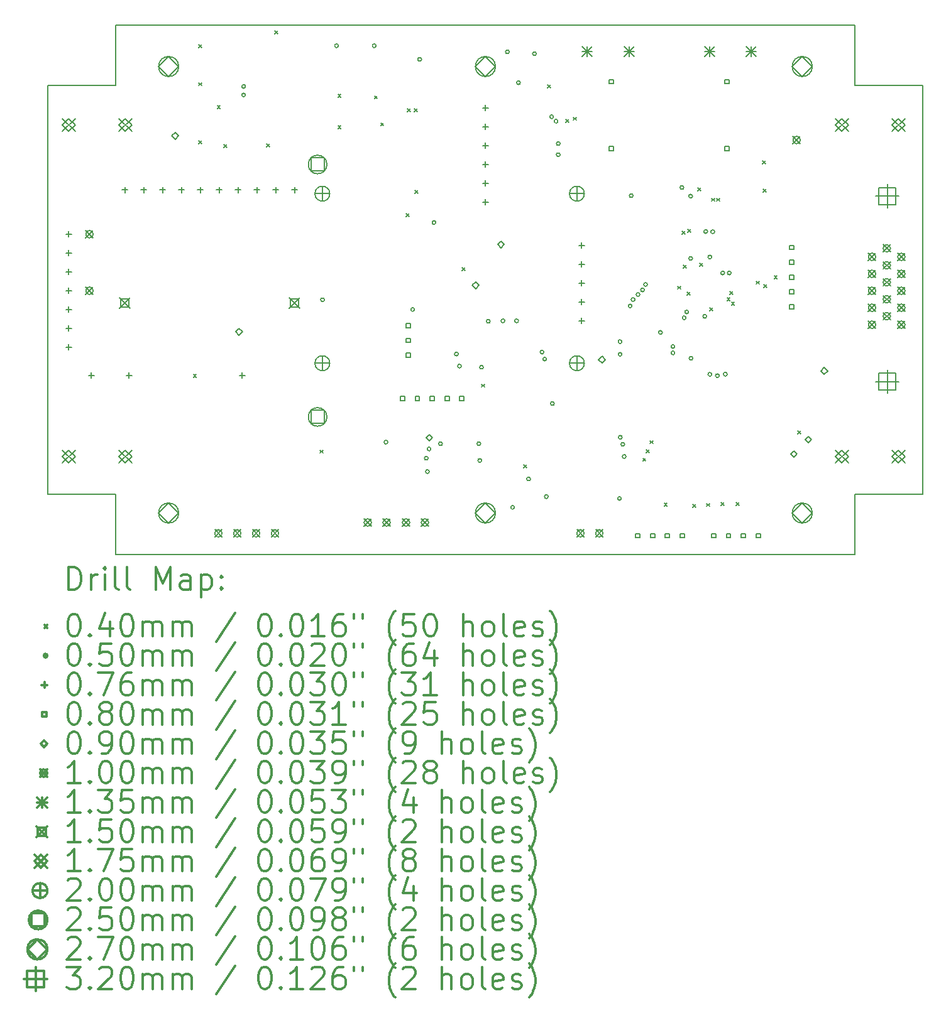
<source format=gbr>
%FSLAX45Y45*%
G04 Gerber Fmt 4.5, Leading zero omitted, Abs format (unit mm)*
G04 Created by KiCad (PCBNEW (5.1.6)-1) date 2021-11-01 19:27:36*
%MOMM*%
%LPD*%
G01*
G04 APERTURE LIST*
%TA.AperFunction,Profile*%
%ADD10C,0.150000*%
%TD*%
%ADD11C,0.200000*%
%ADD12C,0.300000*%
G04 APERTURE END LIST*
D10*
X2565400Y-9347200D02*
X2565400Y-3835400D01*
X3479800Y-9347200D02*
X2565400Y-9347200D01*
X3479800Y-10160000D02*
X3479800Y-9347200D01*
X13436600Y-10160000D02*
X3479800Y-10160000D01*
X13436600Y-9347200D02*
X13436600Y-10160000D01*
X14351000Y-9347200D02*
X13436600Y-9347200D01*
X14351000Y-3835400D02*
X14351000Y-9347200D01*
X13436600Y-3835400D02*
X14351000Y-3835400D01*
X13436600Y-3022600D02*
X13436600Y-3835400D01*
X3479800Y-3022600D02*
X13436600Y-3022600D01*
X3479800Y-3835400D02*
X3479800Y-3022600D01*
X2565400Y-3835400D02*
X3479800Y-3835400D01*
D11*
X4524060Y-7732080D02*
X4564060Y-7772080D01*
X4564060Y-7732080D02*
X4524060Y-7772080D01*
X4597720Y-3284540D02*
X4637720Y-3324540D01*
X4637720Y-3284540D02*
X4597720Y-3324540D01*
X4597720Y-3800160D02*
X4637720Y-3840160D01*
X4637720Y-3800160D02*
X4597720Y-3840160D01*
X4597720Y-4585020D02*
X4637720Y-4625020D01*
X4637720Y-4585020D02*
X4597720Y-4625020D01*
X4846640Y-4107500D02*
X4886640Y-4147500D01*
X4886640Y-4107500D02*
X4846640Y-4147500D01*
X4933000Y-4630740D02*
X4973000Y-4670740D01*
X4973000Y-4630740D02*
X4933000Y-4670740D01*
X5512120Y-4625660D02*
X5552120Y-4665660D01*
X5552120Y-4625660D02*
X5512120Y-4665660D01*
X5618800Y-3101660D02*
X5658800Y-3141660D01*
X5658800Y-3101660D02*
X5618800Y-3141660D01*
X6228400Y-8753160D02*
X6268400Y-8793160D01*
X6268400Y-8753160D02*
X6228400Y-8793160D01*
X6472240Y-3955100D02*
X6512240Y-3995100D01*
X6512240Y-3955100D02*
X6472240Y-3995100D01*
X6472240Y-4376740D02*
X6512240Y-4416740D01*
X6512240Y-4376740D02*
X6472240Y-4416740D01*
X6962460Y-3977960D02*
X7002460Y-4017960D01*
X7002460Y-3977960D02*
X6962460Y-4017960D01*
X7046280Y-4341180D02*
X7086280Y-4381180D01*
X7086280Y-4341180D02*
X7046280Y-4381180D01*
X7391720Y-5562920D02*
X7431720Y-5602920D01*
X7431720Y-5562920D02*
X7391720Y-5602920D01*
X7406960Y-4148140D02*
X7446960Y-4188140D01*
X7446960Y-4148140D02*
X7406960Y-4188140D01*
X7500940Y-4148140D02*
X7540940Y-4188140D01*
X7540940Y-4148140D02*
X7500940Y-4188140D01*
X7508560Y-5253040D02*
X7548560Y-5293040D01*
X7548560Y-5253040D02*
X7508560Y-5293040D01*
X8146100Y-6291900D02*
X8186100Y-6331900D01*
X8186100Y-6291900D02*
X8146100Y-6331900D01*
X8407720Y-7864160D02*
X8447720Y-7904160D01*
X8447720Y-7864160D02*
X8407720Y-7904160D01*
X8971600Y-8948740D02*
X9011600Y-8988740D01*
X9011600Y-8948740D02*
X8971600Y-8988740D01*
X9294180Y-3828100D02*
X9334180Y-3868100D01*
X9334180Y-3828100D02*
X9294180Y-3868100D01*
X9540560Y-4295460D02*
X9580560Y-4335460D01*
X9580560Y-4295460D02*
X9540560Y-4335460D01*
X9639620Y-4264980D02*
X9679620Y-4304980D01*
X9679620Y-4264980D02*
X9639620Y-4304980D01*
X10576880Y-8862380D02*
X10616880Y-8902380D01*
X10616880Y-8862380D02*
X10576880Y-8902380D01*
X10622600Y-8748080D02*
X10662600Y-8788080D01*
X10662600Y-8748080D02*
X10622600Y-8788080D01*
X10673400Y-8626160D02*
X10713400Y-8666160D01*
X10713400Y-8626160D02*
X10673400Y-8666160D01*
X10866440Y-9469440D02*
X10906440Y-9509440D01*
X10906440Y-9469440D02*
X10866440Y-9509440D01*
X11050590Y-6543360D02*
X11090590Y-6583360D01*
X11090590Y-6543360D02*
X11050590Y-6583360D01*
X11106157Y-5801757D02*
X11146157Y-5841757D01*
X11146157Y-5801757D02*
X11106157Y-5841757D01*
X11121120Y-6258200D02*
X11161120Y-6298200D01*
X11161120Y-6258200D02*
X11121120Y-6298200D01*
X11174740Y-6624640D02*
X11214740Y-6664640D01*
X11214740Y-6624640D02*
X11174740Y-6664640D01*
X11181400Y-5776280D02*
X11221400Y-5816280D01*
X11221400Y-5776280D02*
X11181400Y-5816280D01*
X11249980Y-9482140D02*
X11289980Y-9522140D01*
X11289980Y-9482140D02*
X11249980Y-9522140D01*
X11321100Y-5217480D02*
X11361100Y-5257480D01*
X11361100Y-5217480D02*
X11321100Y-5257480D01*
X11341700Y-6232610D02*
X11381700Y-6272610D01*
X11381700Y-6232610D02*
X11341700Y-6272610D01*
X11437940Y-9471980D02*
X11477940Y-9511980D01*
X11477940Y-9471980D02*
X11437940Y-9511980D01*
X11476700Y-6836000D02*
X11516700Y-6876000D01*
X11516700Y-6836000D02*
X11476700Y-6876000D01*
X11502680Y-5357180D02*
X11542680Y-5397180D01*
X11542680Y-5357180D02*
X11502680Y-5397180D01*
X11572560Y-5357180D02*
X11612560Y-5397180D01*
X11612560Y-5357180D02*
X11572560Y-5397180D01*
X11630980Y-9461820D02*
X11670980Y-9501820D01*
X11670980Y-9461820D02*
X11630980Y-9501820D01*
X11711341Y-6700840D02*
X11751341Y-6740840D01*
X11751341Y-6700840D02*
X11711341Y-6740840D01*
X11750290Y-6615700D02*
X11790290Y-6655700D01*
X11790290Y-6615700D02*
X11750290Y-6655700D01*
X11771342Y-6760005D02*
X11811342Y-6800005D01*
X11811342Y-6760005D02*
X11771342Y-6800005D01*
X11834180Y-9456740D02*
X11874180Y-9496740D01*
X11874180Y-9456740D02*
X11834180Y-9496740D01*
X12105960Y-6474780D02*
X12145960Y-6514780D01*
X12145960Y-6474780D02*
X12105960Y-6514780D01*
X12188510Y-4850450D02*
X12228510Y-4890450D01*
X12228510Y-4850450D02*
X12188510Y-4890450D01*
X12201210Y-5231450D02*
X12241210Y-5271450D01*
X12241210Y-5231450D02*
X12201210Y-5271450D01*
X12205020Y-6520500D02*
X12245020Y-6560500D01*
X12245020Y-6520500D02*
X12205020Y-6560500D01*
X12347260Y-6401120D02*
X12387260Y-6441120D01*
X12387260Y-6401120D02*
X12347260Y-6441120D01*
X12662220Y-8494080D02*
X12702220Y-8534080D01*
X12702220Y-8494080D02*
X12662220Y-8534080D01*
X5224380Y-3964940D02*
G75*
G03*
X5224380Y-3964940I-25000J0D01*
G01*
X5225650Y-3850640D02*
G75*
G03*
X5225650Y-3850640I-25000J0D01*
G01*
X6288640Y-6725920D02*
G75*
G03*
X6288640Y-6725920I-25000J0D01*
G01*
X6476600Y-3302000D02*
G75*
G03*
X6476600Y-3302000I-25000J0D01*
G01*
X6984600Y-3302000D02*
G75*
G03*
X6984600Y-3302000I-25000J0D01*
G01*
X7142080Y-8646160D02*
G75*
G03*
X7142080Y-8646160I-25000J0D01*
G01*
X7502760Y-6858000D02*
G75*
G03*
X7502760Y-6858000I-25000J0D01*
G01*
X7596740Y-3484880D02*
G75*
G03*
X7596740Y-3484880I-25000J0D01*
G01*
X7685640Y-8862060D02*
G75*
G03*
X7685640Y-8862060I-25000J0D01*
G01*
X7700880Y-9042400D02*
G75*
G03*
X7700880Y-9042400I-25000J0D01*
G01*
X7723740Y-8737600D02*
G75*
G03*
X7723740Y-8737600I-25000J0D01*
G01*
X7789780Y-5684520D02*
G75*
G03*
X7789780Y-5684520I-25000J0D01*
G01*
X7878680Y-8666480D02*
G75*
G03*
X7878680Y-8666480I-25000J0D01*
G01*
X8092040Y-7457440D02*
G75*
G03*
X8092040Y-7457440I-25000J0D01*
G01*
X8132680Y-7620000D02*
G75*
G03*
X8132680Y-7620000I-25000J0D01*
G01*
X8394300Y-8666480D02*
G75*
G03*
X8394300Y-8666480I-25000J0D01*
G01*
X8407000Y-8892540D02*
G75*
G03*
X8407000Y-8892540I-25000J0D01*
G01*
X8429860Y-7635240D02*
G75*
G03*
X8429860Y-7635240I-25000J0D01*
G01*
X8521800Y-7015980D02*
G75*
G03*
X8521800Y-7015980I-25000J0D01*
G01*
X8719420Y-7010400D02*
G75*
G03*
X8719420Y-7010400I-25000J0D01*
G01*
X8777840Y-3383280D02*
G75*
G03*
X8777840Y-3383280I-25000J0D01*
G01*
X8848960Y-9525000D02*
G75*
G03*
X8848960Y-9525000I-25000J0D01*
G01*
X8902300Y-7010400D02*
G75*
G03*
X8902300Y-7010400I-25000J0D01*
G01*
X8927700Y-3799840D02*
G75*
G03*
X8927700Y-3799840I-25000J0D01*
G01*
X9064860Y-9141460D02*
G75*
G03*
X9064860Y-9141460I-25000J0D01*
G01*
X9143600Y-3408680D02*
G75*
G03*
X9143600Y-3408680I-25000J0D01*
G01*
X9245200Y-7432040D02*
G75*
G03*
X9245200Y-7432040I-25000J0D01*
G01*
X9280760Y-7526020D02*
G75*
G03*
X9280760Y-7526020I-25000J0D01*
G01*
X9303620Y-9380220D02*
G75*
G03*
X9303620Y-9380220I-25000J0D01*
G01*
X9374940Y-4258550D02*
G75*
G03*
X9374940Y-4258550I-25000J0D01*
G01*
X9384900Y-8125460D02*
G75*
G03*
X9384900Y-8125460I-25000J0D01*
G01*
X9435044Y-4318655D02*
G75*
G03*
X9435044Y-4318655I-25000J0D01*
G01*
X9463640Y-4620260D02*
G75*
G03*
X9463640Y-4620260I-25000J0D01*
G01*
X9463640Y-4770120D02*
G75*
G03*
X9463640Y-4770120I-25000J0D01*
G01*
X10289140Y-9405620D02*
G75*
G03*
X10289140Y-9405620I-25000J0D01*
G01*
X10299300Y-8579950D02*
G75*
G03*
X10299300Y-8579950I-25000J0D01*
G01*
X10332320Y-8674100D02*
G75*
G03*
X10332320Y-8674100I-25000J0D01*
G01*
X10352640Y-8839200D02*
G75*
G03*
X10352640Y-8839200I-25000J0D01*
G01*
X10431380Y-6809740D02*
G75*
G03*
X10431380Y-6809740I-25000J0D01*
G01*
X10446620Y-5322570D02*
G75*
G03*
X10446620Y-5322570I-25000J0D01*
G01*
X10472020Y-6723380D02*
G75*
G03*
X10472020Y-6723380I-25000J0D01*
G01*
X10538060Y-6654800D02*
G75*
G03*
X10538060Y-6654800I-25000J0D01*
G01*
X10599020Y-6593840D02*
G75*
G03*
X10599020Y-6593840I-25000J0D01*
G01*
X10639660Y-6520180D02*
G75*
G03*
X10639660Y-6520180I-25000J0D01*
G01*
X10840320Y-7165340D02*
G75*
G03*
X10840320Y-7165340I-25000J0D01*
G01*
X11009249Y-7356865D02*
G75*
G03*
X11009249Y-7356865I-25000J0D01*
G01*
X11009249Y-7441865D02*
G75*
G03*
X11009249Y-7441865I-25000J0D01*
G01*
X11129880Y-5212080D02*
G75*
G03*
X11129880Y-5212080I-25000J0D01*
G01*
X11159360Y-6969760D02*
G75*
G03*
X11159360Y-6969760I-25000J0D01*
G01*
X11193380Y-6891020D02*
G75*
G03*
X11193380Y-6891020I-25000J0D01*
G01*
X11246720Y-5328920D02*
G75*
G03*
X11246720Y-5328920I-25000J0D01*
G01*
X11246720Y-6169660D02*
G75*
G03*
X11246720Y-6169660I-25000J0D01*
G01*
X11251800Y-7515860D02*
G75*
G03*
X11251800Y-7515860I-25000J0D01*
G01*
X11437220Y-6949440D02*
G75*
G03*
X11437220Y-6949440I-25000J0D01*
G01*
X11449920Y-5806440D02*
G75*
G03*
X11449920Y-5806440I-25000J0D01*
G01*
X11505800Y-6149340D02*
G75*
G03*
X11505800Y-6149340I-25000J0D01*
G01*
X11505800Y-7731760D02*
G75*
G03*
X11505800Y-7731760I-25000J0D01*
G01*
X11543900Y-5808980D02*
G75*
G03*
X11543900Y-5808980I-25000J0D01*
G01*
X11607400Y-7749540D02*
G75*
G03*
X11607400Y-7749540I-25000J0D01*
G01*
X11678520Y-6365240D02*
G75*
G03*
X11678520Y-6365240I-25000J0D01*
G01*
X11714080Y-7729220D02*
G75*
G03*
X11714080Y-7729220I-25000J0D01*
G01*
X11767420Y-6365240D02*
G75*
G03*
X11767420Y-6365240I-25000J0D01*
G01*
X10295490Y-7291250D02*
G75*
G03*
X10295490Y-7291250I-25000J0D01*
G01*
X10295490Y-7461250D02*
G75*
G03*
X10295490Y-7461250I-25000J0D01*
G01*
X3600450Y-5207000D02*
X3600450Y-5283200D01*
X3562350Y-5245100D02*
X3638550Y-5245100D01*
X3854450Y-5207000D02*
X3854450Y-5283200D01*
X3816350Y-5245100D02*
X3892550Y-5245100D01*
X4108450Y-5207000D02*
X4108450Y-5283200D01*
X4070350Y-5245100D02*
X4146550Y-5245100D01*
X4362450Y-5207000D02*
X4362450Y-5283200D01*
X4324350Y-5245100D02*
X4400550Y-5245100D01*
X4616450Y-5207000D02*
X4616450Y-5283200D01*
X4578350Y-5245100D02*
X4654550Y-5245100D01*
X4870450Y-5207000D02*
X4870450Y-5283200D01*
X4832350Y-5245100D02*
X4908550Y-5245100D01*
X5124450Y-5207000D02*
X5124450Y-5283200D01*
X5086350Y-5245100D02*
X5162550Y-5245100D01*
X5378450Y-5207000D02*
X5378450Y-5283200D01*
X5340350Y-5245100D02*
X5416550Y-5245100D01*
X5632450Y-5207000D02*
X5632450Y-5283200D01*
X5594350Y-5245100D02*
X5670550Y-5245100D01*
X5886450Y-5207000D02*
X5886450Y-5283200D01*
X5848350Y-5245100D02*
X5924550Y-5245100D01*
X3149600Y-7708900D02*
X3149600Y-7785100D01*
X3111500Y-7747000D02*
X3187700Y-7747000D01*
X3657600Y-7708900D02*
X3657600Y-7785100D01*
X3619500Y-7747000D02*
X3695700Y-7747000D01*
X5181600Y-7708900D02*
X5181600Y-7785100D01*
X5143500Y-7747000D02*
X5219700Y-7747000D01*
X8458200Y-4102100D02*
X8458200Y-4178300D01*
X8420100Y-4140200D02*
X8496300Y-4140200D01*
X8458200Y-4356100D02*
X8458200Y-4432300D01*
X8420100Y-4394200D02*
X8496300Y-4394200D01*
X8458200Y-4610100D02*
X8458200Y-4686300D01*
X8420100Y-4648200D02*
X8496300Y-4648200D01*
X8458200Y-4864100D02*
X8458200Y-4940300D01*
X8420100Y-4902200D02*
X8496300Y-4902200D01*
X8458200Y-5118100D02*
X8458200Y-5194300D01*
X8420100Y-5156200D02*
X8496300Y-5156200D01*
X8458200Y-5372100D02*
X8458200Y-5448300D01*
X8420100Y-5410200D02*
X8496300Y-5410200D01*
X2844800Y-5803900D02*
X2844800Y-5880100D01*
X2806700Y-5842000D02*
X2882900Y-5842000D01*
X2844800Y-6057900D02*
X2844800Y-6134100D01*
X2806700Y-6096000D02*
X2882900Y-6096000D01*
X2844800Y-6311900D02*
X2844800Y-6388100D01*
X2806700Y-6350000D02*
X2882900Y-6350000D01*
X2844800Y-6565900D02*
X2844800Y-6642100D01*
X2806700Y-6604000D02*
X2882900Y-6604000D01*
X2844800Y-6819900D02*
X2844800Y-6896100D01*
X2806700Y-6858000D02*
X2882900Y-6858000D01*
X2844800Y-7073900D02*
X2844800Y-7150100D01*
X2806700Y-7112000D02*
X2882900Y-7112000D01*
X2844800Y-7327900D02*
X2844800Y-7404100D01*
X2806700Y-7366000D02*
X2882900Y-7366000D01*
X9753600Y-5956300D02*
X9753600Y-6032500D01*
X9715500Y-5994400D02*
X9791700Y-5994400D01*
X9753600Y-6210300D02*
X9753600Y-6286500D01*
X9715500Y-6248400D02*
X9791700Y-6248400D01*
X9753600Y-6464300D02*
X9753600Y-6540500D01*
X9715500Y-6502400D02*
X9791700Y-6502400D01*
X9753600Y-6718300D02*
X9753600Y-6794500D01*
X9715500Y-6756400D02*
X9791700Y-6756400D01*
X9753600Y-6972300D02*
X9753600Y-7048500D01*
X9715500Y-7010400D02*
X9791700Y-7010400D01*
X10537535Y-9934285D02*
X10537535Y-9877716D01*
X10480966Y-9877716D01*
X10480966Y-9934285D01*
X10537535Y-9934285D01*
X10737535Y-9934285D02*
X10737535Y-9877716D01*
X10680966Y-9877716D01*
X10680966Y-9934285D01*
X10737535Y-9934285D01*
X10937535Y-9934285D02*
X10937535Y-9877716D01*
X10880966Y-9877716D01*
X10880966Y-9934285D01*
X10937535Y-9934285D01*
X11137535Y-9934285D02*
X11137535Y-9877716D01*
X11080966Y-9877716D01*
X11080966Y-9934285D01*
X11137535Y-9934285D01*
X12613984Y-6048184D02*
X12613984Y-5991615D01*
X12557415Y-5991615D01*
X12557415Y-6048184D01*
X12613984Y-6048184D01*
X12613984Y-6248184D02*
X12613984Y-6191615D01*
X12557415Y-6191615D01*
X12557415Y-6248184D01*
X12613984Y-6248184D01*
X12613984Y-6448184D02*
X12613984Y-6391615D01*
X12557415Y-6391615D01*
X12557415Y-6448184D01*
X12613984Y-6448184D01*
X12613984Y-6648184D02*
X12613984Y-6591615D01*
X12557415Y-6591615D01*
X12557415Y-6648184D01*
X12613984Y-6648184D01*
X12613984Y-6848184D02*
X12613984Y-6791615D01*
X12557415Y-6791615D01*
X12557415Y-6848184D01*
X12613984Y-6848184D01*
X10181935Y-3812884D02*
X10181935Y-3756315D01*
X10125366Y-3756315D01*
X10125366Y-3812884D01*
X10181935Y-3812884D01*
X11559884Y-9934285D02*
X11559884Y-9877716D01*
X11503315Y-9877716D01*
X11503315Y-9934285D01*
X11559884Y-9934285D01*
X11759884Y-9934285D02*
X11759884Y-9877716D01*
X11703315Y-9877716D01*
X11703315Y-9934285D01*
X11759884Y-9934285D01*
X11959884Y-9934285D02*
X11959884Y-9877716D01*
X11903315Y-9877716D01*
X11903315Y-9934285D01*
X11959884Y-9934285D01*
X12159884Y-9934285D02*
X12159884Y-9877716D01*
X12103315Y-9877716D01*
X12103315Y-9934285D01*
X12159884Y-9934285D01*
X7368984Y-8086434D02*
X7368984Y-8029865D01*
X7312415Y-8029865D01*
X7312415Y-8086434D01*
X7368984Y-8086434D01*
X7568984Y-8086434D02*
X7568984Y-8029865D01*
X7512415Y-8029865D01*
X7512415Y-8086434D01*
X7568984Y-8086434D01*
X7768984Y-8086434D02*
X7768984Y-8029865D01*
X7712415Y-8029865D01*
X7712415Y-8086434D01*
X7768984Y-8086434D01*
X7968984Y-8086434D02*
X7968984Y-8029865D01*
X7912415Y-8029865D01*
X7912415Y-8086434D01*
X7968984Y-8086434D01*
X8168984Y-8086434D02*
X8168984Y-8029865D01*
X8112415Y-8029865D01*
X8112415Y-8086434D01*
X8168984Y-8086434D01*
X7445084Y-7102234D02*
X7445084Y-7045665D01*
X7388515Y-7045665D01*
X7388515Y-7102234D01*
X7445084Y-7102234D01*
X7445084Y-7302234D02*
X7445084Y-7245665D01*
X7388515Y-7245665D01*
X7388515Y-7302234D01*
X7445084Y-7302234D01*
X7445084Y-7502234D02*
X7445084Y-7445665D01*
X7388515Y-7445665D01*
X7388515Y-7502234D01*
X7445084Y-7502234D01*
X11737684Y-4714585D02*
X11737684Y-4658016D01*
X11681115Y-4658016D01*
X11681115Y-4714585D01*
X11737684Y-4714585D01*
X10181935Y-4714585D02*
X10181935Y-4658016D01*
X10125366Y-4658016D01*
X10125366Y-4714585D01*
X10181935Y-4714585D01*
X11737684Y-3812884D02*
X11737684Y-3756315D01*
X11681115Y-3756315D01*
X11681115Y-3812884D01*
X11737684Y-3812884D01*
X4279900Y-4561120D02*
X4324900Y-4516120D01*
X4279900Y-4471120D01*
X4234900Y-4516120D01*
X4279900Y-4561120D01*
X5138420Y-7202720D02*
X5183420Y-7157720D01*
X5138420Y-7112720D01*
X5093420Y-7157720D01*
X5138420Y-7202720D01*
X7701280Y-8630200D02*
X7746280Y-8585200D01*
X7701280Y-8540200D01*
X7656280Y-8585200D01*
X7701280Y-8630200D01*
X8326120Y-6575340D02*
X8371120Y-6530340D01*
X8326120Y-6485340D01*
X8281120Y-6530340D01*
X8326120Y-6575340D01*
X8666480Y-6026700D02*
X8711480Y-5981700D01*
X8666480Y-5936700D01*
X8621480Y-5981700D01*
X8666480Y-6026700D01*
X10027920Y-7578640D02*
X10072920Y-7533640D01*
X10027920Y-7488640D01*
X9982920Y-7533640D01*
X10027920Y-7578640D01*
X12613640Y-8851180D02*
X12658640Y-8806180D01*
X12613640Y-8761180D01*
X12568640Y-8806180D01*
X12613640Y-8851180D01*
X12807950Y-8656870D02*
X12852950Y-8611870D01*
X12807950Y-8566870D01*
X12762950Y-8611870D01*
X12807950Y-8656870D01*
X13022580Y-7731040D02*
X13067580Y-7686040D01*
X13022580Y-7641040D01*
X12977580Y-7686040D01*
X13022580Y-7731040D01*
X3074200Y-5792000D02*
X3174200Y-5892000D01*
X3174200Y-5792000D02*
X3074200Y-5892000D01*
X3174200Y-5842000D02*
G75*
G03*
X3174200Y-5842000I-50000J0D01*
G01*
X6823240Y-9678200D02*
X6923240Y-9778200D01*
X6923240Y-9678200D02*
X6823240Y-9778200D01*
X6923240Y-9728200D02*
G75*
G03*
X6923240Y-9728200I-50000J0D01*
G01*
X7077240Y-9678200D02*
X7177240Y-9778200D01*
X7177240Y-9678200D02*
X7077240Y-9778200D01*
X7177240Y-9728200D02*
G75*
G03*
X7177240Y-9728200I-50000J0D01*
G01*
X9688360Y-9825520D02*
X9788360Y-9925520D01*
X9788360Y-9825520D02*
X9688360Y-9925520D01*
X9788360Y-9875520D02*
G75*
G03*
X9788360Y-9875520I-50000J0D01*
G01*
X9942360Y-9825520D02*
X10042360Y-9925520D01*
X10042360Y-9825520D02*
X9942360Y-9925520D01*
X10042360Y-9875520D02*
G75*
G03*
X10042360Y-9875520I-50000J0D01*
G01*
X3074200Y-6554000D02*
X3174200Y-6654000D01*
X3174200Y-6554000D02*
X3074200Y-6654000D01*
X3174200Y-6604000D02*
G75*
G03*
X3174200Y-6604000I-50000J0D01*
G01*
X13615200Y-6096800D02*
X13715200Y-6196800D01*
X13715200Y-6096800D02*
X13615200Y-6196800D01*
X13715200Y-6146800D02*
G75*
G03*
X13715200Y-6146800I-50000J0D01*
G01*
X13615200Y-6325800D02*
X13715200Y-6425800D01*
X13715200Y-6325800D02*
X13615200Y-6425800D01*
X13715200Y-6375800D02*
G75*
G03*
X13715200Y-6375800I-50000J0D01*
G01*
X13615200Y-6554800D02*
X13715200Y-6654800D01*
X13715200Y-6554800D02*
X13615200Y-6654800D01*
X13715200Y-6604800D02*
G75*
G03*
X13715200Y-6604800I-50000J0D01*
G01*
X13615200Y-6783800D02*
X13715200Y-6883800D01*
X13715200Y-6783800D02*
X13615200Y-6883800D01*
X13715200Y-6833800D02*
G75*
G03*
X13715200Y-6833800I-50000J0D01*
G01*
X13615200Y-7012800D02*
X13715200Y-7112800D01*
X13715200Y-7012800D02*
X13615200Y-7112800D01*
X13715200Y-7062800D02*
G75*
G03*
X13715200Y-7062800I-50000J0D01*
G01*
X13813200Y-5982300D02*
X13913200Y-6082300D01*
X13913200Y-5982300D02*
X13813200Y-6082300D01*
X13913200Y-6032300D02*
G75*
G03*
X13913200Y-6032300I-50000J0D01*
G01*
X13813200Y-6211300D02*
X13913200Y-6311300D01*
X13913200Y-6211300D02*
X13813200Y-6311300D01*
X13913200Y-6261300D02*
G75*
G03*
X13913200Y-6261300I-50000J0D01*
G01*
X13813200Y-6440300D02*
X13913200Y-6540300D01*
X13913200Y-6440300D02*
X13813200Y-6540300D01*
X13913200Y-6490300D02*
G75*
G03*
X13913200Y-6490300I-50000J0D01*
G01*
X13813200Y-6669300D02*
X13913200Y-6769300D01*
X13913200Y-6669300D02*
X13813200Y-6769300D01*
X13913200Y-6719300D02*
G75*
G03*
X13913200Y-6719300I-50000J0D01*
G01*
X13813200Y-6898300D02*
X13913200Y-6998300D01*
X13913200Y-6898300D02*
X13813200Y-6998300D01*
X13913200Y-6948300D02*
G75*
G03*
X13913200Y-6948300I-50000J0D01*
G01*
X14011200Y-6096800D02*
X14111200Y-6196800D01*
X14111200Y-6096800D02*
X14011200Y-6196800D01*
X14111200Y-6146800D02*
G75*
G03*
X14111200Y-6146800I-50000J0D01*
G01*
X14011200Y-6325800D02*
X14111200Y-6425800D01*
X14111200Y-6325800D02*
X14011200Y-6425800D01*
X14111200Y-6375800D02*
G75*
G03*
X14111200Y-6375800I-50000J0D01*
G01*
X14011200Y-6554800D02*
X14111200Y-6654800D01*
X14111200Y-6554800D02*
X14011200Y-6654800D01*
X14111200Y-6604800D02*
G75*
G03*
X14111200Y-6604800I-50000J0D01*
G01*
X14011200Y-6783800D02*
X14111200Y-6883800D01*
X14111200Y-6783800D02*
X14011200Y-6883800D01*
X14111200Y-6833800D02*
G75*
G03*
X14111200Y-6833800I-50000J0D01*
G01*
X14011200Y-7012800D02*
X14111200Y-7112800D01*
X14111200Y-7012800D02*
X14011200Y-7112800D01*
X14111200Y-7062800D02*
G75*
G03*
X14111200Y-7062800I-50000J0D01*
G01*
X12599200Y-4522000D02*
X12699200Y-4622000D01*
X12699200Y-4522000D02*
X12599200Y-4622000D01*
X12699200Y-4572000D02*
G75*
G03*
X12699200Y-4572000I-50000J0D01*
G01*
X7338860Y-9678200D02*
X7438860Y-9778200D01*
X7438860Y-9678200D02*
X7338860Y-9778200D01*
X7438860Y-9728200D02*
G75*
G03*
X7438860Y-9728200I-50000J0D01*
G01*
X7592860Y-9678200D02*
X7692860Y-9778200D01*
X7692860Y-9678200D02*
X7592860Y-9778200D01*
X7692860Y-9728200D02*
G75*
G03*
X7692860Y-9728200I-50000J0D01*
G01*
X4811560Y-9825520D02*
X4911560Y-9925520D01*
X4911560Y-9825520D02*
X4811560Y-9925520D01*
X4911560Y-9875520D02*
G75*
G03*
X4911560Y-9875520I-50000J0D01*
G01*
X5065560Y-9825520D02*
X5165560Y-9925520D01*
X5165560Y-9825520D02*
X5065560Y-9925520D01*
X5165560Y-9875520D02*
G75*
G03*
X5165560Y-9875520I-50000J0D01*
G01*
X5319560Y-9825520D02*
X5419560Y-9925520D01*
X5419560Y-9825520D02*
X5319560Y-9925520D01*
X5419560Y-9875520D02*
G75*
G03*
X5419560Y-9875520I-50000J0D01*
G01*
X5573560Y-9825520D02*
X5673560Y-9925520D01*
X5673560Y-9825520D02*
X5573560Y-9925520D01*
X5673560Y-9875520D02*
G75*
G03*
X5673560Y-9875520I-50000J0D01*
G01*
X9762363Y-3310763D02*
X9897237Y-3445637D01*
X9897237Y-3310763D02*
X9762363Y-3445637D01*
X9829800Y-3310763D02*
X9829800Y-3445637D01*
X9762363Y-3378200D02*
X9897237Y-3378200D01*
X10327259Y-3309747D02*
X10462133Y-3444621D01*
X10462133Y-3309747D02*
X10327259Y-3444621D01*
X10394696Y-3309747D02*
X10394696Y-3444621D01*
X10327259Y-3377184D02*
X10462133Y-3377184D01*
X11412347Y-3310763D02*
X11547221Y-3445637D01*
X11547221Y-3310763D02*
X11412347Y-3445637D01*
X11479784Y-3310763D02*
X11479784Y-3445637D01*
X11412347Y-3378200D02*
X11547221Y-3378200D01*
X11972163Y-3310763D02*
X12107037Y-3445637D01*
X12107037Y-3310763D02*
X11972163Y-3445637D01*
X12039600Y-3310763D02*
X12039600Y-3445637D01*
X11972163Y-3378200D02*
X12107037Y-3378200D01*
X3525450Y-6694100D02*
X3675450Y-6844100D01*
X3675450Y-6694100D02*
X3525450Y-6844100D01*
X3653483Y-6822133D02*
X3653483Y-6716066D01*
X3547416Y-6716066D01*
X3547416Y-6822133D01*
X3653483Y-6822133D01*
X5811450Y-6694100D02*
X5961450Y-6844100D01*
X5961450Y-6694100D02*
X5811450Y-6844100D01*
X5939483Y-6822133D02*
X5939483Y-6716066D01*
X5833416Y-6716066D01*
X5833416Y-6822133D01*
X5939483Y-6822133D01*
X2757300Y-4281300D02*
X2932300Y-4456300D01*
X2932300Y-4281300D02*
X2757300Y-4456300D01*
X2844800Y-4456300D02*
X2932300Y-4368800D01*
X2844800Y-4281300D01*
X2757300Y-4368800D01*
X2844800Y-4456300D01*
X3519300Y-4281300D02*
X3694300Y-4456300D01*
X3694300Y-4281300D02*
X3519300Y-4456300D01*
X3606800Y-4456300D02*
X3694300Y-4368800D01*
X3606800Y-4281300D01*
X3519300Y-4368800D01*
X3606800Y-4456300D01*
X13171300Y-4281300D02*
X13346300Y-4456300D01*
X13346300Y-4281300D02*
X13171300Y-4456300D01*
X13258800Y-4456300D02*
X13346300Y-4368800D01*
X13258800Y-4281300D01*
X13171300Y-4368800D01*
X13258800Y-4456300D01*
X13933300Y-4281300D02*
X14108300Y-4456300D01*
X14108300Y-4281300D02*
X13933300Y-4456300D01*
X14020800Y-4456300D02*
X14108300Y-4368800D01*
X14020800Y-4281300D01*
X13933300Y-4368800D01*
X14020800Y-4456300D01*
X2757300Y-8751700D02*
X2932300Y-8926700D01*
X2932300Y-8751700D02*
X2757300Y-8926700D01*
X2844800Y-8926700D02*
X2932300Y-8839200D01*
X2844800Y-8751700D01*
X2757300Y-8839200D01*
X2844800Y-8926700D01*
X3519300Y-8751700D02*
X3694300Y-8926700D01*
X3694300Y-8751700D02*
X3519300Y-8926700D01*
X3606800Y-8926700D02*
X3694300Y-8839200D01*
X3606800Y-8751700D01*
X3519300Y-8839200D01*
X3606800Y-8926700D01*
X13171300Y-8751700D02*
X13346300Y-8926700D01*
X13346300Y-8751700D02*
X13171300Y-8926700D01*
X13258800Y-8926700D02*
X13346300Y-8839200D01*
X13258800Y-8751700D01*
X13171300Y-8839200D01*
X13258800Y-8926700D01*
X13933300Y-8751700D02*
X14108300Y-8926700D01*
X14108300Y-8751700D02*
X13933300Y-8926700D01*
X14020800Y-8926700D02*
X14108300Y-8839200D01*
X14020800Y-8751700D01*
X13933300Y-8839200D01*
X14020800Y-8926700D01*
X6261100Y-5195900D02*
X6261100Y-5395900D01*
X6161100Y-5295900D02*
X6361100Y-5295900D01*
X6361100Y-5295900D02*
G75*
G03*
X6361100Y-5295900I-100000J0D01*
G01*
X6261100Y-7481900D02*
X6261100Y-7681900D01*
X6161100Y-7581900D02*
X6361100Y-7581900D01*
X6361100Y-7581900D02*
G75*
G03*
X6361100Y-7581900I-100000J0D01*
G01*
X9690100Y-5195900D02*
X9690100Y-5395900D01*
X9590100Y-5295900D02*
X9790100Y-5295900D01*
X9790100Y-5295900D02*
G75*
G03*
X9790100Y-5295900I-100000J0D01*
G01*
X9690100Y-7481900D02*
X9690100Y-7681900D01*
X9590100Y-7581900D02*
X9790100Y-7581900D01*
X9790100Y-7581900D02*
G75*
G03*
X9790100Y-7581900I-100000J0D01*
G01*
X6285989Y-4990589D02*
X6285989Y-4813811D01*
X6109211Y-4813811D01*
X6109211Y-4990589D01*
X6285989Y-4990589D01*
X6322600Y-4902200D02*
G75*
G03*
X6322600Y-4902200I-125000J0D01*
G01*
X6285989Y-8394189D02*
X6285989Y-8217411D01*
X6109211Y-8217411D01*
X6109211Y-8394189D01*
X6285989Y-8394189D01*
X6322600Y-8305800D02*
G75*
G03*
X6322600Y-8305800I-125000J0D01*
G01*
X4191000Y-9736200D02*
X4326000Y-9601200D01*
X4191000Y-9466200D01*
X4056000Y-9601200D01*
X4191000Y-9736200D01*
X4326000Y-9601200D02*
G75*
G03*
X4326000Y-9601200I-135000J0D01*
G01*
X12725400Y-3716400D02*
X12860400Y-3581400D01*
X12725400Y-3446400D01*
X12590400Y-3581400D01*
X12725400Y-3716400D01*
X12860400Y-3581400D02*
G75*
G03*
X12860400Y-3581400I-135000J0D01*
G01*
X12725400Y-9736200D02*
X12860400Y-9601200D01*
X12725400Y-9466200D01*
X12590400Y-9601200D01*
X12725400Y-9736200D01*
X12860400Y-9601200D02*
G75*
G03*
X12860400Y-9601200I-135000J0D01*
G01*
X4191000Y-3716400D02*
X4326000Y-3581400D01*
X4191000Y-3446400D01*
X4056000Y-3581400D01*
X4191000Y-3716400D01*
X4326000Y-3581400D02*
G75*
G03*
X4326000Y-3581400I-135000J0D01*
G01*
X8458200Y-9736200D02*
X8593200Y-9601200D01*
X8458200Y-9466200D01*
X8323200Y-9601200D01*
X8458200Y-9736200D01*
X8593200Y-9601200D02*
G75*
G03*
X8593200Y-9601200I-135000J0D01*
G01*
X8458200Y-3716400D02*
X8593200Y-3581400D01*
X8458200Y-3446400D01*
X8323200Y-3581400D01*
X8458200Y-3716400D01*
X8593200Y-3581400D02*
G75*
G03*
X8593200Y-3581400I-135000J0D01*
G01*
X13870200Y-5168300D02*
X13870200Y-5488300D01*
X13710200Y-5328300D02*
X14030200Y-5328300D01*
X13983338Y-5441438D02*
X13983338Y-5215162D01*
X13757062Y-5215162D01*
X13757062Y-5441438D01*
X13983338Y-5441438D01*
X13870200Y-7668300D02*
X13870200Y-7988300D01*
X13710200Y-7828300D02*
X14030200Y-7828300D01*
X13983338Y-7941438D02*
X13983338Y-7715162D01*
X13757062Y-7715162D01*
X13757062Y-7941438D01*
X13983338Y-7941438D01*
D12*
X2844328Y-10633214D02*
X2844328Y-10333214D01*
X2915757Y-10333214D01*
X2958614Y-10347500D01*
X2987186Y-10376072D01*
X3001471Y-10404643D01*
X3015757Y-10461786D01*
X3015757Y-10504643D01*
X3001471Y-10561786D01*
X2987186Y-10590357D01*
X2958614Y-10618929D01*
X2915757Y-10633214D01*
X2844328Y-10633214D01*
X3144328Y-10633214D02*
X3144328Y-10433214D01*
X3144328Y-10490357D02*
X3158614Y-10461786D01*
X3172900Y-10447500D01*
X3201471Y-10433214D01*
X3230043Y-10433214D01*
X3330043Y-10633214D02*
X3330043Y-10433214D01*
X3330043Y-10333214D02*
X3315757Y-10347500D01*
X3330043Y-10361786D01*
X3344328Y-10347500D01*
X3330043Y-10333214D01*
X3330043Y-10361786D01*
X3515757Y-10633214D02*
X3487186Y-10618929D01*
X3472900Y-10590357D01*
X3472900Y-10333214D01*
X3672900Y-10633214D02*
X3644328Y-10618929D01*
X3630043Y-10590357D01*
X3630043Y-10333214D01*
X4015757Y-10633214D02*
X4015757Y-10333214D01*
X4115757Y-10547500D01*
X4215757Y-10333214D01*
X4215757Y-10633214D01*
X4487186Y-10633214D02*
X4487186Y-10476072D01*
X4472900Y-10447500D01*
X4444328Y-10433214D01*
X4387186Y-10433214D01*
X4358614Y-10447500D01*
X4487186Y-10618929D02*
X4458614Y-10633214D01*
X4387186Y-10633214D01*
X4358614Y-10618929D01*
X4344328Y-10590357D01*
X4344328Y-10561786D01*
X4358614Y-10533214D01*
X4387186Y-10518929D01*
X4458614Y-10518929D01*
X4487186Y-10504643D01*
X4630043Y-10433214D02*
X4630043Y-10733214D01*
X4630043Y-10447500D02*
X4658614Y-10433214D01*
X4715757Y-10433214D01*
X4744328Y-10447500D01*
X4758614Y-10461786D01*
X4772900Y-10490357D01*
X4772900Y-10576072D01*
X4758614Y-10604643D01*
X4744328Y-10618929D01*
X4715757Y-10633214D01*
X4658614Y-10633214D01*
X4630043Y-10618929D01*
X4901471Y-10604643D02*
X4915757Y-10618929D01*
X4901471Y-10633214D01*
X4887186Y-10618929D01*
X4901471Y-10604643D01*
X4901471Y-10633214D01*
X4901471Y-10447500D02*
X4915757Y-10461786D01*
X4901471Y-10476072D01*
X4887186Y-10461786D01*
X4901471Y-10447500D01*
X4901471Y-10476072D01*
X2517900Y-11107500D02*
X2557900Y-11147500D01*
X2557900Y-11107500D02*
X2517900Y-11147500D01*
X2901471Y-10963214D02*
X2930043Y-10963214D01*
X2958614Y-10977500D01*
X2972900Y-10991786D01*
X2987186Y-11020357D01*
X3001471Y-11077500D01*
X3001471Y-11148929D01*
X2987186Y-11206071D01*
X2972900Y-11234643D01*
X2958614Y-11248929D01*
X2930043Y-11263214D01*
X2901471Y-11263214D01*
X2872900Y-11248929D01*
X2858614Y-11234643D01*
X2844328Y-11206071D01*
X2830043Y-11148929D01*
X2830043Y-11077500D01*
X2844328Y-11020357D01*
X2858614Y-10991786D01*
X2872900Y-10977500D01*
X2901471Y-10963214D01*
X3130043Y-11234643D02*
X3144328Y-11248929D01*
X3130043Y-11263214D01*
X3115757Y-11248929D01*
X3130043Y-11234643D01*
X3130043Y-11263214D01*
X3401471Y-11063214D02*
X3401471Y-11263214D01*
X3330043Y-10948929D02*
X3258614Y-11163214D01*
X3444328Y-11163214D01*
X3615757Y-10963214D02*
X3644328Y-10963214D01*
X3672900Y-10977500D01*
X3687186Y-10991786D01*
X3701471Y-11020357D01*
X3715757Y-11077500D01*
X3715757Y-11148929D01*
X3701471Y-11206071D01*
X3687186Y-11234643D01*
X3672900Y-11248929D01*
X3644328Y-11263214D01*
X3615757Y-11263214D01*
X3587186Y-11248929D01*
X3572900Y-11234643D01*
X3558614Y-11206071D01*
X3544328Y-11148929D01*
X3544328Y-11077500D01*
X3558614Y-11020357D01*
X3572900Y-10991786D01*
X3587186Y-10977500D01*
X3615757Y-10963214D01*
X3844328Y-11263214D02*
X3844328Y-11063214D01*
X3844328Y-11091786D02*
X3858614Y-11077500D01*
X3887186Y-11063214D01*
X3930043Y-11063214D01*
X3958614Y-11077500D01*
X3972900Y-11106072D01*
X3972900Y-11263214D01*
X3972900Y-11106072D02*
X3987186Y-11077500D01*
X4015757Y-11063214D01*
X4058614Y-11063214D01*
X4087186Y-11077500D01*
X4101471Y-11106072D01*
X4101471Y-11263214D01*
X4244328Y-11263214D02*
X4244328Y-11063214D01*
X4244328Y-11091786D02*
X4258614Y-11077500D01*
X4287186Y-11063214D01*
X4330043Y-11063214D01*
X4358614Y-11077500D01*
X4372900Y-11106072D01*
X4372900Y-11263214D01*
X4372900Y-11106072D02*
X4387186Y-11077500D01*
X4415757Y-11063214D01*
X4458614Y-11063214D01*
X4487186Y-11077500D01*
X4501471Y-11106072D01*
X4501471Y-11263214D01*
X5087186Y-10948929D02*
X4830043Y-11334643D01*
X5472900Y-10963214D02*
X5501471Y-10963214D01*
X5530043Y-10977500D01*
X5544328Y-10991786D01*
X5558614Y-11020357D01*
X5572900Y-11077500D01*
X5572900Y-11148929D01*
X5558614Y-11206071D01*
X5544328Y-11234643D01*
X5530043Y-11248929D01*
X5501471Y-11263214D01*
X5472900Y-11263214D01*
X5444328Y-11248929D01*
X5430043Y-11234643D01*
X5415757Y-11206071D01*
X5401471Y-11148929D01*
X5401471Y-11077500D01*
X5415757Y-11020357D01*
X5430043Y-10991786D01*
X5444328Y-10977500D01*
X5472900Y-10963214D01*
X5701471Y-11234643D02*
X5715757Y-11248929D01*
X5701471Y-11263214D01*
X5687186Y-11248929D01*
X5701471Y-11234643D01*
X5701471Y-11263214D01*
X5901471Y-10963214D02*
X5930043Y-10963214D01*
X5958614Y-10977500D01*
X5972900Y-10991786D01*
X5987186Y-11020357D01*
X6001471Y-11077500D01*
X6001471Y-11148929D01*
X5987186Y-11206071D01*
X5972900Y-11234643D01*
X5958614Y-11248929D01*
X5930043Y-11263214D01*
X5901471Y-11263214D01*
X5872900Y-11248929D01*
X5858614Y-11234643D01*
X5844328Y-11206071D01*
X5830043Y-11148929D01*
X5830043Y-11077500D01*
X5844328Y-11020357D01*
X5858614Y-10991786D01*
X5872900Y-10977500D01*
X5901471Y-10963214D01*
X6287186Y-11263214D02*
X6115757Y-11263214D01*
X6201471Y-11263214D02*
X6201471Y-10963214D01*
X6172900Y-11006072D01*
X6144328Y-11034643D01*
X6115757Y-11048929D01*
X6544328Y-10963214D02*
X6487186Y-10963214D01*
X6458614Y-10977500D01*
X6444328Y-10991786D01*
X6415757Y-11034643D01*
X6401471Y-11091786D01*
X6401471Y-11206071D01*
X6415757Y-11234643D01*
X6430043Y-11248929D01*
X6458614Y-11263214D01*
X6515757Y-11263214D01*
X6544328Y-11248929D01*
X6558614Y-11234643D01*
X6572900Y-11206071D01*
X6572900Y-11134643D01*
X6558614Y-11106072D01*
X6544328Y-11091786D01*
X6515757Y-11077500D01*
X6458614Y-11077500D01*
X6430043Y-11091786D01*
X6415757Y-11106072D01*
X6401471Y-11134643D01*
X6687186Y-10963214D02*
X6687186Y-11020357D01*
X6801471Y-10963214D02*
X6801471Y-11020357D01*
X7244328Y-11377500D02*
X7230043Y-11363214D01*
X7201471Y-11320357D01*
X7187186Y-11291786D01*
X7172900Y-11248929D01*
X7158614Y-11177500D01*
X7158614Y-11120357D01*
X7172900Y-11048929D01*
X7187186Y-11006072D01*
X7201471Y-10977500D01*
X7230043Y-10934643D01*
X7244328Y-10920357D01*
X7501471Y-10963214D02*
X7358614Y-10963214D01*
X7344328Y-11106072D01*
X7358614Y-11091786D01*
X7387186Y-11077500D01*
X7458614Y-11077500D01*
X7487186Y-11091786D01*
X7501471Y-11106072D01*
X7515757Y-11134643D01*
X7515757Y-11206071D01*
X7501471Y-11234643D01*
X7487186Y-11248929D01*
X7458614Y-11263214D01*
X7387186Y-11263214D01*
X7358614Y-11248929D01*
X7344328Y-11234643D01*
X7701471Y-10963214D02*
X7730043Y-10963214D01*
X7758614Y-10977500D01*
X7772900Y-10991786D01*
X7787186Y-11020357D01*
X7801471Y-11077500D01*
X7801471Y-11148929D01*
X7787186Y-11206071D01*
X7772900Y-11234643D01*
X7758614Y-11248929D01*
X7730043Y-11263214D01*
X7701471Y-11263214D01*
X7672900Y-11248929D01*
X7658614Y-11234643D01*
X7644328Y-11206071D01*
X7630043Y-11148929D01*
X7630043Y-11077500D01*
X7644328Y-11020357D01*
X7658614Y-10991786D01*
X7672900Y-10977500D01*
X7701471Y-10963214D01*
X8158614Y-11263214D02*
X8158614Y-10963214D01*
X8287186Y-11263214D02*
X8287186Y-11106072D01*
X8272900Y-11077500D01*
X8244328Y-11063214D01*
X8201471Y-11063214D01*
X8172900Y-11077500D01*
X8158614Y-11091786D01*
X8472900Y-11263214D02*
X8444328Y-11248929D01*
X8430043Y-11234643D01*
X8415757Y-11206071D01*
X8415757Y-11120357D01*
X8430043Y-11091786D01*
X8444328Y-11077500D01*
X8472900Y-11063214D01*
X8515757Y-11063214D01*
X8544328Y-11077500D01*
X8558614Y-11091786D01*
X8572900Y-11120357D01*
X8572900Y-11206071D01*
X8558614Y-11234643D01*
X8544328Y-11248929D01*
X8515757Y-11263214D01*
X8472900Y-11263214D01*
X8744328Y-11263214D02*
X8715757Y-11248929D01*
X8701471Y-11220357D01*
X8701471Y-10963214D01*
X8972900Y-11248929D02*
X8944328Y-11263214D01*
X8887186Y-11263214D01*
X8858614Y-11248929D01*
X8844328Y-11220357D01*
X8844328Y-11106072D01*
X8858614Y-11077500D01*
X8887186Y-11063214D01*
X8944328Y-11063214D01*
X8972900Y-11077500D01*
X8987186Y-11106072D01*
X8987186Y-11134643D01*
X8844328Y-11163214D01*
X9101471Y-11248929D02*
X9130043Y-11263214D01*
X9187186Y-11263214D01*
X9215757Y-11248929D01*
X9230043Y-11220357D01*
X9230043Y-11206071D01*
X9215757Y-11177500D01*
X9187186Y-11163214D01*
X9144328Y-11163214D01*
X9115757Y-11148929D01*
X9101471Y-11120357D01*
X9101471Y-11106072D01*
X9115757Y-11077500D01*
X9144328Y-11063214D01*
X9187186Y-11063214D01*
X9215757Y-11077500D01*
X9330043Y-11377500D02*
X9344328Y-11363214D01*
X9372900Y-11320357D01*
X9387186Y-11291786D01*
X9401471Y-11248929D01*
X9415757Y-11177500D01*
X9415757Y-11120357D01*
X9401471Y-11048929D01*
X9387186Y-11006072D01*
X9372900Y-10977500D01*
X9344328Y-10934643D01*
X9330043Y-10920357D01*
X2557900Y-11523500D02*
G75*
G03*
X2557900Y-11523500I-25000J0D01*
G01*
X2901471Y-11359214D02*
X2930043Y-11359214D01*
X2958614Y-11373500D01*
X2972900Y-11387786D01*
X2987186Y-11416357D01*
X3001471Y-11473500D01*
X3001471Y-11544929D01*
X2987186Y-11602071D01*
X2972900Y-11630643D01*
X2958614Y-11644929D01*
X2930043Y-11659214D01*
X2901471Y-11659214D01*
X2872900Y-11644929D01*
X2858614Y-11630643D01*
X2844328Y-11602071D01*
X2830043Y-11544929D01*
X2830043Y-11473500D01*
X2844328Y-11416357D01*
X2858614Y-11387786D01*
X2872900Y-11373500D01*
X2901471Y-11359214D01*
X3130043Y-11630643D02*
X3144328Y-11644929D01*
X3130043Y-11659214D01*
X3115757Y-11644929D01*
X3130043Y-11630643D01*
X3130043Y-11659214D01*
X3415757Y-11359214D02*
X3272900Y-11359214D01*
X3258614Y-11502071D01*
X3272900Y-11487786D01*
X3301471Y-11473500D01*
X3372900Y-11473500D01*
X3401471Y-11487786D01*
X3415757Y-11502071D01*
X3430043Y-11530643D01*
X3430043Y-11602071D01*
X3415757Y-11630643D01*
X3401471Y-11644929D01*
X3372900Y-11659214D01*
X3301471Y-11659214D01*
X3272900Y-11644929D01*
X3258614Y-11630643D01*
X3615757Y-11359214D02*
X3644328Y-11359214D01*
X3672900Y-11373500D01*
X3687186Y-11387786D01*
X3701471Y-11416357D01*
X3715757Y-11473500D01*
X3715757Y-11544929D01*
X3701471Y-11602071D01*
X3687186Y-11630643D01*
X3672900Y-11644929D01*
X3644328Y-11659214D01*
X3615757Y-11659214D01*
X3587186Y-11644929D01*
X3572900Y-11630643D01*
X3558614Y-11602071D01*
X3544328Y-11544929D01*
X3544328Y-11473500D01*
X3558614Y-11416357D01*
X3572900Y-11387786D01*
X3587186Y-11373500D01*
X3615757Y-11359214D01*
X3844328Y-11659214D02*
X3844328Y-11459214D01*
X3844328Y-11487786D02*
X3858614Y-11473500D01*
X3887186Y-11459214D01*
X3930043Y-11459214D01*
X3958614Y-11473500D01*
X3972900Y-11502071D01*
X3972900Y-11659214D01*
X3972900Y-11502071D02*
X3987186Y-11473500D01*
X4015757Y-11459214D01*
X4058614Y-11459214D01*
X4087186Y-11473500D01*
X4101471Y-11502071D01*
X4101471Y-11659214D01*
X4244328Y-11659214D02*
X4244328Y-11459214D01*
X4244328Y-11487786D02*
X4258614Y-11473500D01*
X4287186Y-11459214D01*
X4330043Y-11459214D01*
X4358614Y-11473500D01*
X4372900Y-11502071D01*
X4372900Y-11659214D01*
X4372900Y-11502071D02*
X4387186Y-11473500D01*
X4415757Y-11459214D01*
X4458614Y-11459214D01*
X4487186Y-11473500D01*
X4501471Y-11502071D01*
X4501471Y-11659214D01*
X5087186Y-11344929D02*
X4830043Y-11730643D01*
X5472900Y-11359214D02*
X5501471Y-11359214D01*
X5530043Y-11373500D01*
X5544328Y-11387786D01*
X5558614Y-11416357D01*
X5572900Y-11473500D01*
X5572900Y-11544929D01*
X5558614Y-11602071D01*
X5544328Y-11630643D01*
X5530043Y-11644929D01*
X5501471Y-11659214D01*
X5472900Y-11659214D01*
X5444328Y-11644929D01*
X5430043Y-11630643D01*
X5415757Y-11602071D01*
X5401471Y-11544929D01*
X5401471Y-11473500D01*
X5415757Y-11416357D01*
X5430043Y-11387786D01*
X5444328Y-11373500D01*
X5472900Y-11359214D01*
X5701471Y-11630643D02*
X5715757Y-11644929D01*
X5701471Y-11659214D01*
X5687186Y-11644929D01*
X5701471Y-11630643D01*
X5701471Y-11659214D01*
X5901471Y-11359214D02*
X5930043Y-11359214D01*
X5958614Y-11373500D01*
X5972900Y-11387786D01*
X5987186Y-11416357D01*
X6001471Y-11473500D01*
X6001471Y-11544929D01*
X5987186Y-11602071D01*
X5972900Y-11630643D01*
X5958614Y-11644929D01*
X5930043Y-11659214D01*
X5901471Y-11659214D01*
X5872900Y-11644929D01*
X5858614Y-11630643D01*
X5844328Y-11602071D01*
X5830043Y-11544929D01*
X5830043Y-11473500D01*
X5844328Y-11416357D01*
X5858614Y-11387786D01*
X5872900Y-11373500D01*
X5901471Y-11359214D01*
X6115757Y-11387786D02*
X6130043Y-11373500D01*
X6158614Y-11359214D01*
X6230043Y-11359214D01*
X6258614Y-11373500D01*
X6272900Y-11387786D01*
X6287186Y-11416357D01*
X6287186Y-11444929D01*
X6272900Y-11487786D01*
X6101471Y-11659214D01*
X6287186Y-11659214D01*
X6472900Y-11359214D02*
X6501471Y-11359214D01*
X6530043Y-11373500D01*
X6544328Y-11387786D01*
X6558614Y-11416357D01*
X6572900Y-11473500D01*
X6572900Y-11544929D01*
X6558614Y-11602071D01*
X6544328Y-11630643D01*
X6530043Y-11644929D01*
X6501471Y-11659214D01*
X6472900Y-11659214D01*
X6444328Y-11644929D01*
X6430043Y-11630643D01*
X6415757Y-11602071D01*
X6401471Y-11544929D01*
X6401471Y-11473500D01*
X6415757Y-11416357D01*
X6430043Y-11387786D01*
X6444328Y-11373500D01*
X6472900Y-11359214D01*
X6687186Y-11359214D02*
X6687186Y-11416357D01*
X6801471Y-11359214D02*
X6801471Y-11416357D01*
X7244328Y-11773500D02*
X7230043Y-11759214D01*
X7201471Y-11716357D01*
X7187186Y-11687786D01*
X7172900Y-11644929D01*
X7158614Y-11573500D01*
X7158614Y-11516357D01*
X7172900Y-11444929D01*
X7187186Y-11402071D01*
X7201471Y-11373500D01*
X7230043Y-11330643D01*
X7244328Y-11316357D01*
X7487186Y-11359214D02*
X7430043Y-11359214D01*
X7401471Y-11373500D01*
X7387186Y-11387786D01*
X7358614Y-11430643D01*
X7344328Y-11487786D01*
X7344328Y-11602071D01*
X7358614Y-11630643D01*
X7372900Y-11644929D01*
X7401471Y-11659214D01*
X7458614Y-11659214D01*
X7487186Y-11644929D01*
X7501471Y-11630643D01*
X7515757Y-11602071D01*
X7515757Y-11530643D01*
X7501471Y-11502071D01*
X7487186Y-11487786D01*
X7458614Y-11473500D01*
X7401471Y-11473500D01*
X7372900Y-11487786D01*
X7358614Y-11502071D01*
X7344328Y-11530643D01*
X7772900Y-11459214D02*
X7772900Y-11659214D01*
X7701471Y-11344929D02*
X7630043Y-11559214D01*
X7815757Y-11559214D01*
X8158614Y-11659214D02*
X8158614Y-11359214D01*
X8287186Y-11659214D02*
X8287186Y-11502071D01*
X8272900Y-11473500D01*
X8244328Y-11459214D01*
X8201471Y-11459214D01*
X8172900Y-11473500D01*
X8158614Y-11487786D01*
X8472900Y-11659214D02*
X8444328Y-11644929D01*
X8430043Y-11630643D01*
X8415757Y-11602071D01*
X8415757Y-11516357D01*
X8430043Y-11487786D01*
X8444328Y-11473500D01*
X8472900Y-11459214D01*
X8515757Y-11459214D01*
X8544328Y-11473500D01*
X8558614Y-11487786D01*
X8572900Y-11516357D01*
X8572900Y-11602071D01*
X8558614Y-11630643D01*
X8544328Y-11644929D01*
X8515757Y-11659214D01*
X8472900Y-11659214D01*
X8744328Y-11659214D02*
X8715757Y-11644929D01*
X8701471Y-11616357D01*
X8701471Y-11359214D01*
X8972900Y-11644929D02*
X8944328Y-11659214D01*
X8887186Y-11659214D01*
X8858614Y-11644929D01*
X8844328Y-11616357D01*
X8844328Y-11502071D01*
X8858614Y-11473500D01*
X8887186Y-11459214D01*
X8944328Y-11459214D01*
X8972900Y-11473500D01*
X8987186Y-11502071D01*
X8987186Y-11530643D01*
X8844328Y-11559214D01*
X9101471Y-11644929D02*
X9130043Y-11659214D01*
X9187186Y-11659214D01*
X9215757Y-11644929D01*
X9230043Y-11616357D01*
X9230043Y-11602071D01*
X9215757Y-11573500D01*
X9187186Y-11559214D01*
X9144328Y-11559214D01*
X9115757Y-11544929D01*
X9101471Y-11516357D01*
X9101471Y-11502071D01*
X9115757Y-11473500D01*
X9144328Y-11459214D01*
X9187186Y-11459214D01*
X9215757Y-11473500D01*
X9330043Y-11773500D02*
X9344328Y-11759214D01*
X9372900Y-11716357D01*
X9387186Y-11687786D01*
X9401471Y-11644929D01*
X9415757Y-11573500D01*
X9415757Y-11516357D01*
X9401471Y-11444929D01*
X9387186Y-11402071D01*
X9372900Y-11373500D01*
X9344328Y-11330643D01*
X9330043Y-11316357D01*
X2519800Y-11881400D02*
X2519800Y-11957600D01*
X2481700Y-11919500D02*
X2557900Y-11919500D01*
X2901471Y-11755214D02*
X2930043Y-11755214D01*
X2958614Y-11769500D01*
X2972900Y-11783786D01*
X2987186Y-11812357D01*
X3001471Y-11869500D01*
X3001471Y-11940929D01*
X2987186Y-11998071D01*
X2972900Y-12026643D01*
X2958614Y-12040929D01*
X2930043Y-12055214D01*
X2901471Y-12055214D01*
X2872900Y-12040929D01*
X2858614Y-12026643D01*
X2844328Y-11998071D01*
X2830043Y-11940929D01*
X2830043Y-11869500D01*
X2844328Y-11812357D01*
X2858614Y-11783786D01*
X2872900Y-11769500D01*
X2901471Y-11755214D01*
X3130043Y-12026643D02*
X3144328Y-12040929D01*
X3130043Y-12055214D01*
X3115757Y-12040929D01*
X3130043Y-12026643D01*
X3130043Y-12055214D01*
X3244328Y-11755214D02*
X3444328Y-11755214D01*
X3315757Y-12055214D01*
X3687186Y-11755214D02*
X3630043Y-11755214D01*
X3601471Y-11769500D01*
X3587186Y-11783786D01*
X3558614Y-11826643D01*
X3544328Y-11883786D01*
X3544328Y-11998071D01*
X3558614Y-12026643D01*
X3572900Y-12040929D01*
X3601471Y-12055214D01*
X3658614Y-12055214D01*
X3687186Y-12040929D01*
X3701471Y-12026643D01*
X3715757Y-11998071D01*
X3715757Y-11926643D01*
X3701471Y-11898071D01*
X3687186Y-11883786D01*
X3658614Y-11869500D01*
X3601471Y-11869500D01*
X3572900Y-11883786D01*
X3558614Y-11898071D01*
X3544328Y-11926643D01*
X3844328Y-12055214D02*
X3844328Y-11855214D01*
X3844328Y-11883786D02*
X3858614Y-11869500D01*
X3887186Y-11855214D01*
X3930043Y-11855214D01*
X3958614Y-11869500D01*
X3972900Y-11898071D01*
X3972900Y-12055214D01*
X3972900Y-11898071D02*
X3987186Y-11869500D01*
X4015757Y-11855214D01*
X4058614Y-11855214D01*
X4087186Y-11869500D01*
X4101471Y-11898071D01*
X4101471Y-12055214D01*
X4244328Y-12055214D02*
X4244328Y-11855214D01*
X4244328Y-11883786D02*
X4258614Y-11869500D01*
X4287186Y-11855214D01*
X4330043Y-11855214D01*
X4358614Y-11869500D01*
X4372900Y-11898071D01*
X4372900Y-12055214D01*
X4372900Y-11898071D02*
X4387186Y-11869500D01*
X4415757Y-11855214D01*
X4458614Y-11855214D01*
X4487186Y-11869500D01*
X4501471Y-11898071D01*
X4501471Y-12055214D01*
X5087186Y-11740929D02*
X4830043Y-12126643D01*
X5472900Y-11755214D02*
X5501471Y-11755214D01*
X5530043Y-11769500D01*
X5544328Y-11783786D01*
X5558614Y-11812357D01*
X5572900Y-11869500D01*
X5572900Y-11940929D01*
X5558614Y-11998071D01*
X5544328Y-12026643D01*
X5530043Y-12040929D01*
X5501471Y-12055214D01*
X5472900Y-12055214D01*
X5444328Y-12040929D01*
X5430043Y-12026643D01*
X5415757Y-11998071D01*
X5401471Y-11940929D01*
X5401471Y-11869500D01*
X5415757Y-11812357D01*
X5430043Y-11783786D01*
X5444328Y-11769500D01*
X5472900Y-11755214D01*
X5701471Y-12026643D02*
X5715757Y-12040929D01*
X5701471Y-12055214D01*
X5687186Y-12040929D01*
X5701471Y-12026643D01*
X5701471Y-12055214D01*
X5901471Y-11755214D02*
X5930043Y-11755214D01*
X5958614Y-11769500D01*
X5972900Y-11783786D01*
X5987186Y-11812357D01*
X6001471Y-11869500D01*
X6001471Y-11940929D01*
X5987186Y-11998071D01*
X5972900Y-12026643D01*
X5958614Y-12040929D01*
X5930043Y-12055214D01*
X5901471Y-12055214D01*
X5872900Y-12040929D01*
X5858614Y-12026643D01*
X5844328Y-11998071D01*
X5830043Y-11940929D01*
X5830043Y-11869500D01*
X5844328Y-11812357D01*
X5858614Y-11783786D01*
X5872900Y-11769500D01*
X5901471Y-11755214D01*
X6101471Y-11755214D02*
X6287186Y-11755214D01*
X6187186Y-11869500D01*
X6230043Y-11869500D01*
X6258614Y-11883786D01*
X6272900Y-11898071D01*
X6287186Y-11926643D01*
X6287186Y-11998071D01*
X6272900Y-12026643D01*
X6258614Y-12040929D01*
X6230043Y-12055214D01*
X6144328Y-12055214D01*
X6115757Y-12040929D01*
X6101471Y-12026643D01*
X6472900Y-11755214D02*
X6501471Y-11755214D01*
X6530043Y-11769500D01*
X6544328Y-11783786D01*
X6558614Y-11812357D01*
X6572900Y-11869500D01*
X6572900Y-11940929D01*
X6558614Y-11998071D01*
X6544328Y-12026643D01*
X6530043Y-12040929D01*
X6501471Y-12055214D01*
X6472900Y-12055214D01*
X6444328Y-12040929D01*
X6430043Y-12026643D01*
X6415757Y-11998071D01*
X6401471Y-11940929D01*
X6401471Y-11869500D01*
X6415757Y-11812357D01*
X6430043Y-11783786D01*
X6444328Y-11769500D01*
X6472900Y-11755214D01*
X6687186Y-11755214D02*
X6687186Y-11812357D01*
X6801471Y-11755214D02*
X6801471Y-11812357D01*
X7244328Y-12169500D02*
X7230043Y-12155214D01*
X7201471Y-12112357D01*
X7187186Y-12083786D01*
X7172900Y-12040929D01*
X7158614Y-11969500D01*
X7158614Y-11912357D01*
X7172900Y-11840929D01*
X7187186Y-11798071D01*
X7201471Y-11769500D01*
X7230043Y-11726643D01*
X7244328Y-11712357D01*
X7330043Y-11755214D02*
X7515757Y-11755214D01*
X7415757Y-11869500D01*
X7458614Y-11869500D01*
X7487186Y-11883786D01*
X7501471Y-11898071D01*
X7515757Y-11926643D01*
X7515757Y-11998071D01*
X7501471Y-12026643D01*
X7487186Y-12040929D01*
X7458614Y-12055214D01*
X7372900Y-12055214D01*
X7344328Y-12040929D01*
X7330043Y-12026643D01*
X7801471Y-12055214D02*
X7630043Y-12055214D01*
X7715757Y-12055214D02*
X7715757Y-11755214D01*
X7687186Y-11798071D01*
X7658614Y-11826643D01*
X7630043Y-11840929D01*
X8158614Y-12055214D02*
X8158614Y-11755214D01*
X8287186Y-12055214D02*
X8287186Y-11898071D01*
X8272900Y-11869500D01*
X8244328Y-11855214D01*
X8201471Y-11855214D01*
X8172900Y-11869500D01*
X8158614Y-11883786D01*
X8472900Y-12055214D02*
X8444328Y-12040929D01*
X8430043Y-12026643D01*
X8415757Y-11998071D01*
X8415757Y-11912357D01*
X8430043Y-11883786D01*
X8444328Y-11869500D01*
X8472900Y-11855214D01*
X8515757Y-11855214D01*
X8544328Y-11869500D01*
X8558614Y-11883786D01*
X8572900Y-11912357D01*
X8572900Y-11998071D01*
X8558614Y-12026643D01*
X8544328Y-12040929D01*
X8515757Y-12055214D01*
X8472900Y-12055214D01*
X8744328Y-12055214D02*
X8715757Y-12040929D01*
X8701471Y-12012357D01*
X8701471Y-11755214D01*
X8972900Y-12040929D02*
X8944328Y-12055214D01*
X8887186Y-12055214D01*
X8858614Y-12040929D01*
X8844328Y-12012357D01*
X8844328Y-11898071D01*
X8858614Y-11869500D01*
X8887186Y-11855214D01*
X8944328Y-11855214D01*
X8972900Y-11869500D01*
X8987186Y-11898071D01*
X8987186Y-11926643D01*
X8844328Y-11955214D01*
X9101471Y-12040929D02*
X9130043Y-12055214D01*
X9187186Y-12055214D01*
X9215757Y-12040929D01*
X9230043Y-12012357D01*
X9230043Y-11998071D01*
X9215757Y-11969500D01*
X9187186Y-11955214D01*
X9144328Y-11955214D01*
X9115757Y-11940929D01*
X9101471Y-11912357D01*
X9101471Y-11898071D01*
X9115757Y-11869500D01*
X9144328Y-11855214D01*
X9187186Y-11855214D01*
X9215757Y-11869500D01*
X9330043Y-12169500D02*
X9344328Y-12155214D01*
X9372900Y-12112357D01*
X9387186Y-12083786D01*
X9401471Y-12040929D01*
X9415757Y-11969500D01*
X9415757Y-11912357D01*
X9401471Y-11840929D01*
X9387186Y-11798071D01*
X9372900Y-11769500D01*
X9344328Y-11726643D01*
X9330043Y-11712357D01*
X2546184Y-12343785D02*
X2546184Y-12287216D01*
X2489615Y-12287216D01*
X2489615Y-12343785D01*
X2546184Y-12343785D01*
X2901471Y-12151214D02*
X2930043Y-12151214D01*
X2958614Y-12165500D01*
X2972900Y-12179786D01*
X2987186Y-12208357D01*
X3001471Y-12265500D01*
X3001471Y-12336929D01*
X2987186Y-12394071D01*
X2972900Y-12422643D01*
X2958614Y-12436929D01*
X2930043Y-12451214D01*
X2901471Y-12451214D01*
X2872900Y-12436929D01*
X2858614Y-12422643D01*
X2844328Y-12394071D01*
X2830043Y-12336929D01*
X2830043Y-12265500D01*
X2844328Y-12208357D01*
X2858614Y-12179786D01*
X2872900Y-12165500D01*
X2901471Y-12151214D01*
X3130043Y-12422643D02*
X3144328Y-12436929D01*
X3130043Y-12451214D01*
X3115757Y-12436929D01*
X3130043Y-12422643D01*
X3130043Y-12451214D01*
X3315757Y-12279786D02*
X3287186Y-12265500D01*
X3272900Y-12251214D01*
X3258614Y-12222643D01*
X3258614Y-12208357D01*
X3272900Y-12179786D01*
X3287186Y-12165500D01*
X3315757Y-12151214D01*
X3372900Y-12151214D01*
X3401471Y-12165500D01*
X3415757Y-12179786D01*
X3430043Y-12208357D01*
X3430043Y-12222643D01*
X3415757Y-12251214D01*
X3401471Y-12265500D01*
X3372900Y-12279786D01*
X3315757Y-12279786D01*
X3287186Y-12294071D01*
X3272900Y-12308357D01*
X3258614Y-12336929D01*
X3258614Y-12394071D01*
X3272900Y-12422643D01*
X3287186Y-12436929D01*
X3315757Y-12451214D01*
X3372900Y-12451214D01*
X3401471Y-12436929D01*
X3415757Y-12422643D01*
X3430043Y-12394071D01*
X3430043Y-12336929D01*
X3415757Y-12308357D01*
X3401471Y-12294071D01*
X3372900Y-12279786D01*
X3615757Y-12151214D02*
X3644328Y-12151214D01*
X3672900Y-12165500D01*
X3687186Y-12179786D01*
X3701471Y-12208357D01*
X3715757Y-12265500D01*
X3715757Y-12336929D01*
X3701471Y-12394071D01*
X3687186Y-12422643D01*
X3672900Y-12436929D01*
X3644328Y-12451214D01*
X3615757Y-12451214D01*
X3587186Y-12436929D01*
X3572900Y-12422643D01*
X3558614Y-12394071D01*
X3544328Y-12336929D01*
X3544328Y-12265500D01*
X3558614Y-12208357D01*
X3572900Y-12179786D01*
X3587186Y-12165500D01*
X3615757Y-12151214D01*
X3844328Y-12451214D02*
X3844328Y-12251214D01*
X3844328Y-12279786D02*
X3858614Y-12265500D01*
X3887186Y-12251214D01*
X3930043Y-12251214D01*
X3958614Y-12265500D01*
X3972900Y-12294071D01*
X3972900Y-12451214D01*
X3972900Y-12294071D02*
X3987186Y-12265500D01*
X4015757Y-12251214D01*
X4058614Y-12251214D01*
X4087186Y-12265500D01*
X4101471Y-12294071D01*
X4101471Y-12451214D01*
X4244328Y-12451214D02*
X4244328Y-12251214D01*
X4244328Y-12279786D02*
X4258614Y-12265500D01*
X4287186Y-12251214D01*
X4330043Y-12251214D01*
X4358614Y-12265500D01*
X4372900Y-12294071D01*
X4372900Y-12451214D01*
X4372900Y-12294071D02*
X4387186Y-12265500D01*
X4415757Y-12251214D01*
X4458614Y-12251214D01*
X4487186Y-12265500D01*
X4501471Y-12294071D01*
X4501471Y-12451214D01*
X5087186Y-12136929D02*
X4830043Y-12522643D01*
X5472900Y-12151214D02*
X5501471Y-12151214D01*
X5530043Y-12165500D01*
X5544328Y-12179786D01*
X5558614Y-12208357D01*
X5572900Y-12265500D01*
X5572900Y-12336929D01*
X5558614Y-12394071D01*
X5544328Y-12422643D01*
X5530043Y-12436929D01*
X5501471Y-12451214D01*
X5472900Y-12451214D01*
X5444328Y-12436929D01*
X5430043Y-12422643D01*
X5415757Y-12394071D01*
X5401471Y-12336929D01*
X5401471Y-12265500D01*
X5415757Y-12208357D01*
X5430043Y-12179786D01*
X5444328Y-12165500D01*
X5472900Y-12151214D01*
X5701471Y-12422643D02*
X5715757Y-12436929D01*
X5701471Y-12451214D01*
X5687186Y-12436929D01*
X5701471Y-12422643D01*
X5701471Y-12451214D01*
X5901471Y-12151214D02*
X5930043Y-12151214D01*
X5958614Y-12165500D01*
X5972900Y-12179786D01*
X5987186Y-12208357D01*
X6001471Y-12265500D01*
X6001471Y-12336929D01*
X5987186Y-12394071D01*
X5972900Y-12422643D01*
X5958614Y-12436929D01*
X5930043Y-12451214D01*
X5901471Y-12451214D01*
X5872900Y-12436929D01*
X5858614Y-12422643D01*
X5844328Y-12394071D01*
X5830043Y-12336929D01*
X5830043Y-12265500D01*
X5844328Y-12208357D01*
X5858614Y-12179786D01*
X5872900Y-12165500D01*
X5901471Y-12151214D01*
X6101471Y-12151214D02*
X6287186Y-12151214D01*
X6187186Y-12265500D01*
X6230043Y-12265500D01*
X6258614Y-12279786D01*
X6272900Y-12294071D01*
X6287186Y-12322643D01*
X6287186Y-12394071D01*
X6272900Y-12422643D01*
X6258614Y-12436929D01*
X6230043Y-12451214D01*
X6144328Y-12451214D01*
X6115757Y-12436929D01*
X6101471Y-12422643D01*
X6572900Y-12451214D02*
X6401471Y-12451214D01*
X6487186Y-12451214D02*
X6487186Y-12151214D01*
X6458614Y-12194071D01*
X6430043Y-12222643D01*
X6401471Y-12236929D01*
X6687186Y-12151214D02*
X6687186Y-12208357D01*
X6801471Y-12151214D02*
X6801471Y-12208357D01*
X7244328Y-12565500D02*
X7230043Y-12551214D01*
X7201471Y-12508357D01*
X7187186Y-12479786D01*
X7172900Y-12436929D01*
X7158614Y-12365500D01*
X7158614Y-12308357D01*
X7172900Y-12236929D01*
X7187186Y-12194071D01*
X7201471Y-12165500D01*
X7230043Y-12122643D01*
X7244328Y-12108357D01*
X7344328Y-12179786D02*
X7358614Y-12165500D01*
X7387186Y-12151214D01*
X7458614Y-12151214D01*
X7487186Y-12165500D01*
X7501471Y-12179786D01*
X7515757Y-12208357D01*
X7515757Y-12236929D01*
X7501471Y-12279786D01*
X7330043Y-12451214D01*
X7515757Y-12451214D01*
X7787186Y-12151214D02*
X7644328Y-12151214D01*
X7630043Y-12294071D01*
X7644328Y-12279786D01*
X7672900Y-12265500D01*
X7744328Y-12265500D01*
X7772900Y-12279786D01*
X7787186Y-12294071D01*
X7801471Y-12322643D01*
X7801471Y-12394071D01*
X7787186Y-12422643D01*
X7772900Y-12436929D01*
X7744328Y-12451214D01*
X7672900Y-12451214D01*
X7644328Y-12436929D01*
X7630043Y-12422643D01*
X8158614Y-12451214D02*
X8158614Y-12151214D01*
X8287186Y-12451214D02*
X8287186Y-12294071D01*
X8272900Y-12265500D01*
X8244328Y-12251214D01*
X8201471Y-12251214D01*
X8172900Y-12265500D01*
X8158614Y-12279786D01*
X8472900Y-12451214D02*
X8444328Y-12436929D01*
X8430043Y-12422643D01*
X8415757Y-12394071D01*
X8415757Y-12308357D01*
X8430043Y-12279786D01*
X8444328Y-12265500D01*
X8472900Y-12251214D01*
X8515757Y-12251214D01*
X8544328Y-12265500D01*
X8558614Y-12279786D01*
X8572900Y-12308357D01*
X8572900Y-12394071D01*
X8558614Y-12422643D01*
X8544328Y-12436929D01*
X8515757Y-12451214D01*
X8472900Y-12451214D01*
X8744328Y-12451214D02*
X8715757Y-12436929D01*
X8701471Y-12408357D01*
X8701471Y-12151214D01*
X8972900Y-12436929D02*
X8944328Y-12451214D01*
X8887186Y-12451214D01*
X8858614Y-12436929D01*
X8844328Y-12408357D01*
X8844328Y-12294071D01*
X8858614Y-12265500D01*
X8887186Y-12251214D01*
X8944328Y-12251214D01*
X8972900Y-12265500D01*
X8987186Y-12294071D01*
X8987186Y-12322643D01*
X8844328Y-12351214D01*
X9101471Y-12436929D02*
X9130043Y-12451214D01*
X9187186Y-12451214D01*
X9215757Y-12436929D01*
X9230043Y-12408357D01*
X9230043Y-12394071D01*
X9215757Y-12365500D01*
X9187186Y-12351214D01*
X9144328Y-12351214D01*
X9115757Y-12336929D01*
X9101471Y-12308357D01*
X9101471Y-12294071D01*
X9115757Y-12265500D01*
X9144328Y-12251214D01*
X9187186Y-12251214D01*
X9215757Y-12265500D01*
X9330043Y-12565500D02*
X9344328Y-12551214D01*
X9372900Y-12508357D01*
X9387186Y-12479786D01*
X9401471Y-12436929D01*
X9415757Y-12365500D01*
X9415757Y-12308357D01*
X9401471Y-12236929D01*
X9387186Y-12194071D01*
X9372900Y-12165500D01*
X9344328Y-12122643D01*
X9330043Y-12108357D01*
X2512900Y-12756500D02*
X2557900Y-12711500D01*
X2512900Y-12666500D01*
X2467900Y-12711500D01*
X2512900Y-12756500D01*
X2901471Y-12547214D02*
X2930043Y-12547214D01*
X2958614Y-12561500D01*
X2972900Y-12575786D01*
X2987186Y-12604357D01*
X3001471Y-12661500D01*
X3001471Y-12732929D01*
X2987186Y-12790071D01*
X2972900Y-12818643D01*
X2958614Y-12832929D01*
X2930043Y-12847214D01*
X2901471Y-12847214D01*
X2872900Y-12832929D01*
X2858614Y-12818643D01*
X2844328Y-12790071D01*
X2830043Y-12732929D01*
X2830043Y-12661500D01*
X2844328Y-12604357D01*
X2858614Y-12575786D01*
X2872900Y-12561500D01*
X2901471Y-12547214D01*
X3130043Y-12818643D02*
X3144328Y-12832929D01*
X3130043Y-12847214D01*
X3115757Y-12832929D01*
X3130043Y-12818643D01*
X3130043Y-12847214D01*
X3287186Y-12847214D02*
X3344328Y-12847214D01*
X3372900Y-12832929D01*
X3387186Y-12818643D01*
X3415757Y-12775786D01*
X3430043Y-12718643D01*
X3430043Y-12604357D01*
X3415757Y-12575786D01*
X3401471Y-12561500D01*
X3372900Y-12547214D01*
X3315757Y-12547214D01*
X3287186Y-12561500D01*
X3272900Y-12575786D01*
X3258614Y-12604357D01*
X3258614Y-12675786D01*
X3272900Y-12704357D01*
X3287186Y-12718643D01*
X3315757Y-12732929D01*
X3372900Y-12732929D01*
X3401471Y-12718643D01*
X3415757Y-12704357D01*
X3430043Y-12675786D01*
X3615757Y-12547214D02*
X3644328Y-12547214D01*
X3672900Y-12561500D01*
X3687186Y-12575786D01*
X3701471Y-12604357D01*
X3715757Y-12661500D01*
X3715757Y-12732929D01*
X3701471Y-12790071D01*
X3687186Y-12818643D01*
X3672900Y-12832929D01*
X3644328Y-12847214D01*
X3615757Y-12847214D01*
X3587186Y-12832929D01*
X3572900Y-12818643D01*
X3558614Y-12790071D01*
X3544328Y-12732929D01*
X3544328Y-12661500D01*
X3558614Y-12604357D01*
X3572900Y-12575786D01*
X3587186Y-12561500D01*
X3615757Y-12547214D01*
X3844328Y-12847214D02*
X3844328Y-12647214D01*
X3844328Y-12675786D02*
X3858614Y-12661500D01*
X3887186Y-12647214D01*
X3930043Y-12647214D01*
X3958614Y-12661500D01*
X3972900Y-12690071D01*
X3972900Y-12847214D01*
X3972900Y-12690071D02*
X3987186Y-12661500D01*
X4015757Y-12647214D01*
X4058614Y-12647214D01*
X4087186Y-12661500D01*
X4101471Y-12690071D01*
X4101471Y-12847214D01*
X4244328Y-12847214D02*
X4244328Y-12647214D01*
X4244328Y-12675786D02*
X4258614Y-12661500D01*
X4287186Y-12647214D01*
X4330043Y-12647214D01*
X4358614Y-12661500D01*
X4372900Y-12690071D01*
X4372900Y-12847214D01*
X4372900Y-12690071D02*
X4387186Y-12661500D01*
X4415757Y-12647214D01*
X4458614Y-12647214D01*
X4487186Y-12661500D01*
X4501471Y-12690071D01*
X4501471Y-12847214D01*
X5087186Y-12532929D02*
X4830043Y-12918643D01*
X5472900Y-12547214D02*
X5501471Y-12547214D01*
X5530043Y-12561500D01*
X5544328Y-12575786D01*
X5558614Y-12604357D01*
X5572900Y-12661500D01*
X5572900Y-12732929D01*
X5558614Y-12790071D01*
X5544328Y-12818643D01*
X5530043Y-12832929D01*
X5501471Y-12847214D01*
X5472900Y-12847214D01*
X5444328Y-12832929D01*
X5430043Y-12818643D01*
X5415757Y-12790071D01*
X5401471Y-12732929D01*
X5401471Y-12661500D01*
X5415757Y-12604357D01*
X5430043Y-12575786D01*
X5444328Y-12561500D01*
X5472900Y-12547214D01*
X5701471Y-12818643D02*
X5715757Y-12832929D01*
X5701471Y-12847214D01*
X5687186Y-12832929D01*
X5701471Y-12818643D01*
X5701471Y-12847214D01*
X5901471Y-12547214D02*
X5930043Y-12547214D01*
X5958614Y-12561500D01*
X5972900Y-12575786D01*
X5987186Y-12604357D01*
X6001471Y-12661500D01*
X6001471Y-12732929D01*
X5987186Y-12790071D01*
X5972900Y-12818643D01*
X5958614Y-12832929D01*
X5930043Y-12847214D01*
X5901471Y-12847214D01*
X5872900Y-12832929D01*
X5858614Y-12818643D01*
X5844328Y-12790071D01*
X5830043Y-12732929D01*
X5830043Y-12661500D01*
X5844328Y-12604357D01*
X5858614Y-12575786D01*
X5872900Y-12561500D01*
X5901471Y-12547214D01*
X6101471Y-12547214D02*
X6287186Y-12547214D01*
X6187186Y-12661500D01*
X6230043Y-12661500D01*
X6258614Y-12675786D01*
X6272900Y-12690071D01*
X6287186Y-12718643D01*
X6287186Y-12790071D01*
X6272900Y-12818643D01*
X6258614Y-12832929D01*
X6230043Y-12847214D01*
X6144328Y-12847214D01*
X6115757Y-12832929D01*
X6101471Y-12818643D01*
X6558614Y-12547214D02*
X6415757Y-12547214D01*
X6401471Y-12690071D01*
X6415757Y-12675786D01*
X6444328Y-12661500D01*
X6515757Y-12661500D01*
X6544328Y-12675786D01*
X6558614Y-12690071D01*
X6572900Y-12718643D01*
X6572900Y-12790071D01*
X6558614Y-12818643D01*
X6544328Y-12832929D01*
X6515757Y-12847214D01*
X6444328Y-12847214D01*
X6415757Y-12832929D01*
X6401471Y-12818643D01*
X6687186Y-12547214D02*
X6687186Y-12604357D01*
X6801471Y-12547214D02*
X6801471Y-12604357D01*
X7244328Y-12961500D02*
X7230043Y-12947214D01*
X7201471Y-12904357D01*
X7187186Y-12875786D01*
X7172900Y-12832929D01*
X7158614Y-12761500D01*
X7158614Y-12704357D01*
X7172900Y-12632929D01*
X7187186Y-12590071D01*
X7201471Y-12561500D01*
X7230043Y-12518643D01*
X7244328Y-12504357D01*
X7372900Y-12847214D02*
X7430043Y-12847214D01*
X7458614Y-12832929D01*
X7472900Y-12818643D01*
X7501471Y-12775786D01*
X7515757Y-12718643D01*
X7515757Y-12604357D01*
X7501471Y-12575786D01*
X7487186Y-12561500D01*
X7458614Y-12547214D01*
X7401471Y-12547214D01*
X7372900Y-12561500D01*
X7358614Y-12575786D01*
X7344328Y-12604357D01*
X7344328Y-12675786D01*
X7358614Y-12704357D01*
X7372900Y-12718643D01*
X7401471Y-12732929D01*
X7458614Y-12732929D01*
X7487186Y-12718643D01*
X7501471Y-12704357D01*
X7515757Y-12675786D01*
X7872900Y-12847214D02*
X7872900Y-12547214D01*
X8001471Y-12847214D02*
X8001471Y-12690071D01*
X7987186Y-12661500D01*
X7958614Y-12647214D01*
X7915757Y-12647214D01*
X7887186Y-12661500D01*
X7872900Y-12675786D01*
X8187186Y-12847214D02*
X8158614Y-12832929D01*
X8144328Y-12818643D01*
X8130043Y-12790071D01*
X8130043Y-12704357D01*
X8144328Y-12675786D01*
X8158614Y-12661500D01*
X8187186Y-12647214D01*
X8230043Y-12647214D01*
X8258614Y-12661500D01*
X8272900Y-12675786D01*
X8287186Y-12704357D01*
X8287186Y-12790071D01*
X8272900Y-12818643D01*
X8258614Y-12832929D01*
X8230043Y-12847214D01*
X8187186Y-12847214D01*
X8458614Y-12847214D02*
X8430043Y-12832929D01*
X8415757Y-12804357D01*
X8415757Y-12547214D01*
X8687186Y-12832929D02*
X8658614Y-12847214D01*
X8601471Y-12847214D01*
X8572900Y-12832929D01*
X8558614Y-12804357D01*
X8558614Y-12690071D01*
X8572900Y-12661500D01*
X8601471Y-12647214D01*
X8658614Y-12647214D01*
X8687186Y-12661500D01*
X8701471Y-12690071D01*
X8701471Y-12718643D01*
X8558614Y-12747214D01*
X8815757Y-12832929D02*
X8844328Y-12847214D01*
X8901471Y-12847214D01*
X8930043Y-12832929D01*
X8944328Y-12804357D01*
X8944328Y-12790071D01*
X8930043Y-12761500D01*
X8901471Y-12747214D01*
X8858614Y-12747214D01*
X8830043Y-12732929D01*
X8815757Y-12704357D01*
X8815757Y-12690071D01*
X8830043Y-12661500D01*
X8858614Y-12647214D01*
X8901471Y-12647214D01*
X8930043Y-12661500D01*
X9044328Y-12961500D02*
X9058614Y-12947214D01*
X9087186Y-12904357D01*
X9101471Y-12875786D01*
X9115757Y-12832929D01*
X9130043Y-12761500D01*
X9130043Y-12704357D01*
X9115757Y-12632929D01*
X9101471Y-12590071D01*
X9087186Y-12561500D01*
X9058614Y-12518643D01*
X9044328Y-12504357D01*
X2457900Y-13057500D02*
X2557900Y-13157500D01*
X2557900Y-13057500D02*
X2457900Y-13157500D01*
X2557900Y-13107500D02*
G75*
G03*
X2557900Y-13107500I-50000J0D01*
G01*
X3001471Y-13243214D02*
X2830043Y-13243214D01*
X2915757Y-13243214D02*
X2915757Y-12943214D01*
X2887186Y-12986071D01*
X2858614Y-13014643D01*
X2830043Y-13028929D01*
X3130043Y-13214643D02*
X3144328Y-13228929D01*
X3130043Y-13243214D01*
X3115757Y-13228929D01*
X3130043Y-13214643D01*
X3130043Y-13243214D01*
X3330043Y-12943214D02*
X3358614Y-12943214D01*
X3387186Y-12957500D01*
X3401471Y-12971786D01*
X3415757Y-13000357D01*
X3430043Y-13057500D01*
X3430043Y-13128929D01*
X3415757Y-13186071D01*
X3401471Y-13214643D01*
X3387186Y-13228929D01*
X3358614Y-13243214D01*
X3330043Y-13243214D01*
X3301471Y-13228929D01*
X3287186Y-13214643D01*
X3272900Y-13186071D01*
X3258614Y-13128929D01*
X3258614Y-13057500D01*
X3272900Y-13000357D01*
X3287186Y-12971786D01*
X3301471Y-12957500D01*
X3330043Y-12943214D01*
X3615757Y-12943214D02*
X3644328Y-12943214D01*
X3672900Y-12957500D01*
X3687186Y-12971786D01*
X3701471Y-13000357D01*
X3715757Y-13057500D01*
X3715757Y-13128929D01*
X3701471Y-13186071D01*
X3687186Y-13214643D01*
X3672900Y-13228929D01*
X3644328Y-13243214D01*
X3615757Y-13243214D01*
X3587186Y-13228929D01*
X3572900Y-13214643D01*
X3558614Y-13186071D01*
X3544328Y-13128929D01*
X3544328Y-13057500D01*
X3558614Y-13000357D01*
X3572900Y-12971786D01*
X3587186Y-12957500D01*
X3615757Y-12943214D01*
X3844328Y-13243214D02*
X3844328Y-13043214D01*
X3844328Y-13071786D02*
X3858614Y-13057500D01*
X3887186Y-13043214D01*
X3930043Y-13043214D01*
X3958614Y-13057500D01*
X3972900Y-13086071D01*
X3972900Y-13243214D01*
X3972900Y-13086071D02*
X3987186Y-13057500D01*
X4015757Y-13043214D01*
X4058614Y-13043214D01*
X4087186Y-13057500D01*
X4101471Y-13086071D01*
X4101471Y-13243214D01*
X4244328Y-13243214D02*
X4244328Y-13043214D01*
X4244328Y-13071786D02*
X4258614Y-13057500D01*
X4287186Y-13043214D01*
X4330043Y-13043214D01*
X4358614Y-13057500D01*
X4372900Y-13086071D01*
X4372900Y-13243214D01*
X4372900Y-13086071D02*
X4387186Y-13057500D01*
X4415757Y-13043214D01*
X4458614Y-13043214D01*
X4487186Y-13057500D01*
X4501471Y-13086071D01*
X4501471Y-13243214D01*
X5087186Y-12928929D02*
X4830043Y-13314643D01*
X5472900Y-12943214D02*
X5501471Y-12943214D01*
X5530043Y-12957500D01*
X5544328Y-12971786D01*
X5558614Y-13000357D01*
X5572900Y-13057500D01*
X5572900Y-13128929D01*
X5558614Y-13186071D01*
X5544328Y-13214643D01*
X5530043Y-13228929D01*
X5501471Y-13243214D01*
X5472900Y-13243214D01*
X5444328Y-13228929D01*
X5430043Y-13214643D01*
X5415757Y-13186071D01*
X5401471Y-13128929D01*
X5401471Y-13057500D01*
X5415757Y-13000357D01*
X5430043Y-12971786D01*
X5444328Y-12957500D01*
X5472900Y-12943214D01*
X5701471Y-13214643D02*
X5715757Y-13228929D01*
X5701471Y-13243214D01*
X5687186Y-13228929D01*
X5701471Y-13214643D01*
X5701471Y-13243214D01*
X5901471Y-12943214D02*
X5930043Y-12943214D01*
X5958614Y-12957500D01*
X5972900Y-12971786D01*
X5987186Y-13000357D01*
X6001471Y-13057500D01*
X6001471Y-13128929D01*
X5987186Y-13186071D01*
X5972900Y-13214643D01*
X5958614Y-13228929D01*
X5930043Y-13243214D01*
X5901471Y-13243214D01*
X5872900Y-13228929D01*
X5858614Y-13214643D01*
X5844328Y-13186071D01*
X5830043Y-13128929D01*
X5830043Y-13057500D01*
X5844328Y-13000357D01*
X5858614Y-12971786D01*
X5872900Y-12957500D01*
X5901471Y-12943214D01*
X6101471Y-12943214D02*
X6287186Y-12943214D01*
X6187186Y-13057500D01*
X6230043Y-13057500D01*
X6258614Y-13071786D01*
X6272900Y-13086071D01*
X6287186Y-13114643D01*
X6287186Y-13186071D01*
X6272900Y-13214643D01*
X6258614Y-13228929D01*
X6230043Y-13243214D01*
X6144328Y-13243214D01*
X6115757Y-13228929D01*
X6101471Y-13214643D01*
X6430043Y-13243214D02*
X6487186Y-13243214D01*
X6515757Y-13228929D01*
X6530043Y-13214643D01*
X6558614Y-13171786D01*
X6572900Y-13114643D01*
X6572900Y-13000357D01*
X6558614Y-12971786D01*
X6544328Y-12957500D01*
X6515757Y-12943214D01*
X6458614Y-12943214D01*
X6430043Y-12957500D01*
X6415757Y-12971786D01*
X6401471Y-13000357D01*
X6401471Y-13071786D01*
X6415757Y-13100357D01*
X6430043Y-13114643D01*
X6458614Y-13128929D01*
X6515757Y-13128929D01*
X6544328Y-13114643D01*
X6558614Y-13100357D01*
X6572900Y-13071786D01*
X6687186Y-12943214D02*
X6687186Y-13000357D01*
X6801471Y-12943214D02*
X6801471Y-13000357D01*
X7244328Y-13357500D02*
X7230043Y-13343214D01*
X7201471Y-13300357D01*
X7187186Y-13271786D01*
X7172900Y-13228929D01*
X7158614Y-13157500D01*
X7158614Y-13100357D01*
X7172900Y-13028929D01*
X7187186Y-12986071D01*
X7201471Y-12957500D01*
X7230043Y-12914643D01*
X7244328Y-12900357D01*
X7344328Y-12971786D02*
X7358614Y-12957500D01*
X7387186Y-12943214D01*
X7458614Y-12943214D01*
X7487186Y-12957500D01*
X7501471Y-12971786D01*
X7515757Y-13000357D01*
X7515757Y-13028929D01*
X7501471Y-13071786D01*
X7330043Y-13243214D01*
X7515757Y-13243214D01*
X7687186Y-13071786D02*
X7658614Y-13057500D01*
X7644328Y-13043214D01*
X7630043Y-13014643D01*
X7630043Y-13000357D01*
X7644328Y-12971786D01*
X7658614Y-12957500D01*
X7687186Y-12943214D01*
X7744328Y-12943214D01*
X7772900Y-12957500D01*
X7787186Y-12971786D01*
X7801471Y-13000357D01*
X7801471Y-13014643D01*
X7787186Y-13043214D01*
X7772900Y-13057500D01*
X7744328Y-13071786D01*
X7687186Y-13071786D01*
X7658614Y-13086071D01*
X7644328Y-13100357D01*
X7630043Y-13128929D01*
X7630043Y-13186071D01*
X7644328Y-13214643D01*
X7658614Y-13228929D01*
X7687186Y-13243214D01*
X7744328Y-13243214D01*
X7772900Y-13228929D01*
X7787186Y-13214643D01*
X7801471Y-13186071D01*
X7801471Y-13128929D01*
X7787186Y-13100357D01*
X7772900Y-13086071D01*
X7744328Y-13071786D01*
X8158614Y-13243214D02*
X8158614Y-12943214D01*
X8287186Y-13243214D02*
X8287186Y-13086071D01*
X8272900Y-13057500D01*
X8244328Y-13043214D01*
X8201471Y-13043214D01*
X8172900Y-13057500D01*
X8158614Y-13071786D01*
X8472900Y-13243214D02*
X8444328Y-13228929D01*
X8430043Y-13214643D01*
X8415757Y-13186071D01*
X8415757Y-13100357D01*
X8430043Y-13071786D01*
X8444328Y-13057500D01*
X8472900Y-13043214D01*
X8515757Y-13043214D01*
X8544328Y-13057500D01*
X8558614Y-13071786D01*
X8572900Y-13100357D01*
X8572900Y-13186071D01*
X8558614Y-13214643D01*
X8544328Y-13228929D01*
X8515757Y-13243214D01*
X8472900Y-13243214D01*
X8744328Y-13243214D02*
X8715757Y-13228929D01*
X8701471Y-13200357D01*
X8701471Y-12943214D01*
X8972900Y-13228929D02*
X8944328Y-13243214D01*
X8887186Y-13243214D01*
X8858614Y-13228929D01*
X8844328Y-13200357D01*
X8844328Y-13086071D01*
X8858614Y-13057500D01*
X8887186Y-13043214D01*
X8944328Y-13043214D01*
X8972900Y-13057500D01*
X8987186Y-13086071D01*
X8987186Y-13114643D01*
X8844328Y-13143214D01*
X9101471Y-13228929D02*
X9130043Y-13243214D01*
X9187186Y-13243214D01*
X9215757Y-13228929D01*
X9230043Y-13200357D01*
X9230043Y-13186071D01*
X9215757Y-13157500D01*
X9187186Y-13143214D01*
X9144328Y-13143214D01*
X9115757Y-13128929D01*
X9101471Y-13100357D01*
X9101471Y-13086071D01*
X9115757Y-13057500D01*
X9144328Y-13043214D01*
X9187186Y-13043214D01*
X9215757Y-13057500D01*
X9330043Y-13357500D02*
X9344328Y-13343214D01*
X9372900Y-13300357D01*
X9387186Y-13271786D01*
X9401471Y-13228929D01*
X9415757Y-13157500D01*
X9415757Y-13100357D01*
X9401471Y-13028929D01*
X9387186Y-12986071D01*
X9372900Y-12957500D01*
X9344328Y-12914643D01*
X9330043Y-12900357D01*
X2423026Y-13436063D02*
X2557900Y-13570937D01*
X2557900Y-13436063D02*
X2423026Y-13570937D01*
X2490463Y-13436063D02*
X2490463Y-13570937D01*
X2423026Y-13503500D02*
X2557900Y-13503500D01*
X3001471Y-13639214D02*
X2830043Y-13639214D01*
X2915757Y-13639214D02*
X2915757Y-13339214D01*
X2887186Y-13382071D01*
X2858614Y-13410643D01*
X2830043Y-13424929D01*
X3130043Y-13610643D02*
X3144328Y-13624929D01*
X3130043Y-13639214D01*
X3115757Y-13624929D01*
X3130043Y-13610643D01*
X3130043Y-13639214D01*
X3244328Y-13339214D02*
X3430043Y-13339214D01*
X3330043Y-13453500D01*
X3372900Y-13453500D01*
X3401471Y-13467786D01*
X3415757Y-13482071D01*
X3430043Y-13510643D01*
X3430043Y-13582071D01*
X3415757Y-13610643D01*
X3401471Y-13624929D01*
X3372900Y-13639214D01*
X3287186Y-13639214D01*
X3258614Y-13624929D01*
X3244328Y-13610643D01*
X3701471Y-13339214D02*
X3558614Y-13339214D01*
X3544328Y-13482071D01*
X3558614Y-13467786D01*
X3587186Y-13453500D01*
X3658614Y-13453500D01*
X3687186Y-13467786D01*
X3701471Y-13482071D01*
X3715757Y-13510643D01*
X3715757Y-13582071D01*
X3701471Y-13610643D01*
X3687186Y-13624929D01*
X3658614Y-13639214D01*
X3587186Y-13639214D01*
X3558614Y-13624929D01*
X3544328Y-13610643D01*
X3844328Y-13639214D02*
X3844328Y-13439214D01*
X3844328Y-13467786D02*
X3858614Y-13453500D01*
X3887186Y-13439214D01*
X3930043Y-13439214D01*
X3958614Y-13453500D01*
X3972900Y-13482071D01*
X3972900Y-13639214D01*
X3972900Y-13482071D02*
X3987186Y-13453500D01*
X4015757Y-13439214D01*
X4058614Y-13439214D01*
X4087186Y-13453500D01*
X4101471Y-13482071D01*
X4101471Y-13639214D01*
X4244328Y-13639214D02*
X4244328Y-13439214D01*
X4244328Y-13467786D02*
X4258614Y-13453500D01*
X4287186Y-13439214D01*
X4330043Y-13439214D01*
X4358614Y-13453500D01*
X4372900Y-13482071D01*
X4372900Y-13639214D01*
X4372900Y-13482071D02*
X4387186Y-13453500D01*
X4415757Y-13439214D01*
X4458614Y-13439214D01*
X4487186Y-13453500D01*
X4501471Y-13482071D01*
X4501471Y-13639214D01*
X5087186Y-13324929D02*
X4830043Y-13710643D01*
X5472900Y-13339214D02*
X5501471Y-13339214D01*
X5530043Y-13353500D01*
X5544328Y-13367786D01*
X5558614Y-13396357D01*
X5572900Y-13453500D01*
X5572900Y-13524929D01*
X5558614Y-13582071D01*
X5544328Y-13610643D01*
X5530043Y-13624929D01*
X5501471Y-13639214D01*
X5472900Y-13639214D01*
X5444328Y-13624929D01*
X5430043Y-13610643D01*
X5415757Y-13582071D01*
X5401471Y-13524929D01*
X5401471Y-13453500D01*
X5415757Y-13396357D01*
X5430043Y-13367786D01*
X5444328Y-13353500D01*
X5472900Y-13339214D01*
X5701471Y-13610643D02*
X5715757Y-13624929D01*
X5701471Y-13639214D01*
X5687186Y-13624929D01*
X5701471Y-13610643D01*
X5701471Y-13639214D01*
X5901471Y-13339214D02*
X5930043Y-13339214D01*
X5958614Y-13353500D01*
X5972900Y-13367786D01*
X5987186Y-13396357D01*
X6001471Y-13453500D01*
X6001471Y-13524929D01*
X5987186Y-13582071D01*
X5972900Y-13610643D01*
X5958614Y-13624929D01*
X5930043Y-13639214D01*
X5901471Y-13639214D01*
X5872900Y-13624929D01*
X5858614Y-13610643D01*
X5844328Y-13582071D01*
X5830043Y-13524929D01*
X5830043Y-13453500D01*
X5844328Y-13396357D01*
X5858614Y-13367786D01*
X5872900Y-13353500D01*
X5901471Y-13339214D01*
X6272900Y-13339214D02*
X6130043Y-13339214D01*
X6115757Y-13482071D01*
X6130043Y-13467786D01*
X6158614Y-13453500D01*
X6230043Y-13453500D01*
X6258614Y-13467786D01*
X6272900Y-13482071D01*
X6287186Y-13510643D01*
X6287186Y-13582071D01*
X6272900Y-13610643D01*
X6258614Y-13624929D01*
X6230043Y-13639214D01*
X6158614Y-13639214D01*
X6130043Y-13624929D01*
X6115757Y-13610643D01*
X6387186Y-13339214D02*
X6572900Y-13339214D01*
X6472900Y-13453500D01*
X6515757Y-13453500D01*
X6544328Y-13467786D01*
X6558614Y-13482071D01*
X6572900Y-13510643D01*
X6572900Y-13582071D01*
X6558614Y-13610643D01*
X6544328Y-13624929D01*
X6515757Y-13639214D01*
X6430043Y-13639214D01*
X6401471Y-13624929D01*
X6387186Y-13610643D01*
X6687186Y-13339214D02*
X6687186Y-13396357D01*
X6801471Y-13339214D02*
X6801471Y-13396357D01*
X7244328Y-13753500D02*
X7230043Y-13739214D01*
X7201471Y-13696357D01*
X7187186Y-13667786D01*
X7172900Y-13624929D01*
X7158614Y-13553500D01*
X7158614Y-13496357D01*
X7172900Y-13424929D01*
X7187186Y-13382071D01*
X7201471Y-13353500D01*
X7230043Y-13310643D01*
X7244328Y-13296357D01*
X7487186Y-13439214D02*
X7487186Y-13639214D01*
X7415757Y-13324929D02*
X7344328Y-13539214D01*
X7530043Y-13539214D01*
X7872900Y-13639214D02*
X7872900Y-13339214D01*
X8001471Y-13639214D02*
X8001471Y-13482071D01*
X7987186Y-13453500D01*
X7958614Y-13439214D01*
X7915757Y-13439214D01*
X7887186Y-13453500D01*
X7872900Y-13467786D01*
X8187186Y-13639214D02*
X8158614Y-13624929D01*
X8144328Y-13610643D01*
X8130043Y-13582071D01*
X8130043Y-13496357D01*
X8144328Y-13467786D01*
X8158614Y-13453500D01*
X8187186Y-13439214D01*
X8230043Y-13439214D01*
X8258614Y-13453500D01*
X8272900Y-13467786D01*
X8287186Y-13496357D01*
X8287186Y-13582071D01*
X8272900Y-13610643D01*
X8258614Y-13624929D01*
X8230043Y-13639214D01*
X8187186Y-13639214D01*
X8458614Y-13639214D02*
X8430043Y-13624929D01*
X8415757Y-13596357D01*
X8415757Y-13339214D01*
X8687186Y-13624929D02*
X8658614Y-13639214D01*
X8601471Y-13639214D01*
X8572900Y-13624929D01*
X8558614Y-13596357D01*
X8558614Y-13482071D01*
X8572900Y-13453500D01*
X8601471Y-13439214D01*
X8658614Y-13439214D01*
X8687186Y-13453500D01*
X8701471Y-13482071D01*
X8701471Y-13510643D01*
X8558614Y-13539214D01*
X8815757Y-13624929D02*
X8844328Y-13639214D01*
X8901471Y-13639214D01*
X8930043Y-13624929D01*
X8944328Y-13596357D01*
X8944328Y-13582071D01*
X8930043Y-13553500D01*
X8901471Y-13539214D01*
X8858614Y-13539214D01*
X8830043Y-13524929D01*
X8815757Y-13496357D01*
X8815757Y-13482071D01*
X8830043Y-13453500D01*
X8858614Y-13439214D01*
X8901471Y-13439214D01*
X8930043Y-13453500D01*
X9044328Y-13753500D02*
X9058614Y-13739214D01*
X9087186Y-13696357D01*
X9101471Y-13667786D01*
X9115757Y-13624929D01*
X9130043Y-13553500D01*
X9130043Y-13496357D01*
X9115757Y-13424929D01*
X9101471Y-13382071D01*
X9087186Y-13353500D01*
X9058614Y-13310643D01*
X9044328Y-13296357D01*
X2407900Y-13824500D02*
X2557900Y-13974500D01*
X2557900Y-13824500D02*
X2407900Y-13974500D01*
X2535933Y-13952534D02*
X2535933Y-13846467D01*
X2429866Y-13846467D01*
X2429866Y-13952534D01*
X2535933Y-13952534D01*
X3001471Y-14035214D02*
X2830043Y-14035214D01*
X2915757Y-14035214D02*
X2915757Y-13735214D01*
X2887186Y-13778071D01*
X2858614Y-13806643D01*
X2830043Y-13820929D01*
X3130043Y-14006643D02*
X3144328Y-14020929D01*
X3130043Y-14035214D01*
X3115757Y-14020929D01*
X3130043Y-14006643D01*
X3130043Y-14035214D01*
X3415757Y-13735214D02*
X3272900Y-13735214D01*
X3258614Y-13878071D01*
X3272900Y-13863786D01*
X3301471Y-13849500D01*
X3372900Y-13849500D01*
X3401471Y-13863786D01*
X3415757Y-13878071D01*
X3430043Y-13906643D01*
X3430043Y-13978071D01*
X3415757Y-14006643D01*
X3401471Y-14020929D01*
X3372900Y-14035214D01*
X3301471Y-14035214D01*
X3272900Y-14020929D01*
X3258614Y-14006643D01*
X3615757Y-13735214D02*
X3644328Y-13735214D01*
X3672900Y-13749500D01*
X3687186Y-13763786D01*
X3701471Y-13792357D01*
X3715757Y-13849500D01*
X3715757Y-13920929D01*
X3701471Y-13978071D01*
X3687186Y-14006643D01*
X3672900Y-14020929D01*
X3644328Y-14035214D01*
X3615757Y-14035214D01*
X3587186Y-14020929D01*
X3572900Y-14006643D01*
X3558614Y-13978071D01*
X3544328Y-13920929D01*
X3544328Y-13849500D01*
X3558614Y-13792357D01*
X3572900Y-13763786D01*
X3587186Y-13749500D01*
X3615757Y-13735214D01*
X3844328Y-14035214D02*
X3844328Y-13835214D01*
X3844328Y-13863786D02*
X3858614Y-13849500D01*
X3887186Y-13835214D01*
X3930043Y-13835214D01*
X3958614Y-13849500D01*
X3972900Y-13878071D01*
X3972900Y-14035214D01*
X3972900Y-13878071D02*
X3987186Y-13849500D01*
X4015757Y-13835214D01*
X4058614Y-13835214D01*
X4087186Y-13849500D01*
X4101471Y-13878071D01*
X4101471Y-14035214D01*
X4244328Y-14035214D02*
X4244328Y-13835214D01*
X4244328Y-13863786D02*
X4258614Y-13849500D01*
X4287186Y-13835214D01*
X4330043Y-13835214D01*
X4358614Y-13849500D01*
X4372900Y-13878071D01*
X4372900Y-14035214D01*
X4372900Y-13878071D02*
X4387186Y-13849500D01*
X4415757Y-13835214D01*
X4458614Y-13835214D01*
X4487186Y-13849500D01*
X4501471Y-13878071D01*
X4501471Y-14035214D01*
X5087186Y-13720929D02*
X4830043Y-14106643D01*
X5472900Y-13735214D02*
X5501471Y-13735214D01*
X5530043Y-13749500D01*
X5544328Y-13763786D01*
X5558614Y-13792357D01*
X5572900Y-13849500D01*
X5572900Y-13920929D01*
X5558614Y-13978071D01*
X5544328Y-14006643D01*
X5530043Y-14020929D01*
X5501471Y-14035214D01*
X5472900Y-14035214D01*
X5444328Y-14020929D01*
X5430043Y-14006643D01*
X5415757Y-13978071D01*
X5401471Y-13920929D01*
X5401471Y-13849500D01*
X5415757Y-13792357D01*
X5430043Y-13763786D01*
X5444328Y-13749500D01*
X5472900Y-13735214D01*
X5701471Y-14006643D02*
X5715757Y-14020929D01*
X5701471Y-14035214D01*
X5687186Y-14020929D01*
X5701471Y-14006643D01*
X5701471Y-14035214D01*
X5901471Y-13735214D02*
X5930043Y-13735214D01*
X5958614Y-13749500D01*
X5972900Y-13763786D01*
X5987186Y-13792357D01*
X6001471Y-13849500D01*
X6001471Y-13920929D01*
X5987186Y-13978071D01*
X5972900Y-14006643D01*
X5958614Y-14020929D01*
X5930043Y-14035214D01*
X5901471Y-14035214D01*
X5872900Y-14020929D01*
X5858614Y-14006643D01*
X5844328Y-13978071D01*
X5830043Y-13920929D01*
X5830043Y-13849500D01*
X5844328Y-13792357D01*
X5858614Y-13763786D01*
X5872900Y-13749500D01*
X5901471Y-13735214D01*
X6272900Y-13735214D02*
X6130043Y-13735214D01*
X6115757Y-13878071D01*
X6130043Y-13863786D01*
X6158614Y-13849500D01*
X6230043Y-13849500D01*
X6258614Y-13863786D01*
X6272900Y-13878071D01*
X6287186Y-13906643D01*
X6287186Y-13978071D01*
X6272900Y-14006643D01*
X6258614Y-14020929D01*
X6230043Y-14035214D01*
X6158614Y-14035214D01*
X6130043Y-14020929D01*
X6115757Y-14006643D01*
X6430043Y-14035214D02*
X6487186Y-14035214D01*
X6515757Y-14020929D01*
X6530043Y-14006643D01*
X6558614Y-13963786D01*
X6572900Y-13906643D01*
X6572900Y-13792357D01*
X6558614Y-13763786D01*
X6544328Y-13749500D01*
X6515757Y-13735214D01*
X6458614Y-13735214D01*
X6430043Y-13749500D01*
X6415757Y-13763786D01*
X6401471Y-13792357D01*
X6401471Y-13863786D01*
X6415757Y-13892357D01*
X6430043Y-13906643D01*
X6458614Y-13920929D01*
X6515757Y-13920929D01*
X6544328Y-13906643D01*
X6558614Y-13892357D01*
X6572900Y-13863786D01*
X6687186Y-13735214D02*
X6687186Y-13792357D01*
X6801471Y-13735214D02*
X6801471Y-13792357D01*
X7244328Y-14149500D02*
X7230043Y-14135214D01*
X7201471Y-14092357D01*
X7187186Y-14063786D01*
X7172900Y-14020929D01*
X7158614Y-13949500D01*
X7158614Y-13892357D01*
X7172900Y-13820929D01*
X7187186Y-13778071D01*
X7201471Y-13749500D01*
X7230043Y-13706643D01*
X7244328Y-13692357D01*
X7344328Y-13763786D02*
X7358614Y-13749500D01*
X7387186Y-13735214D01*
X7458614Y-13735214D01*
X7487186Y-13749500D01*
X7501471Y-13763786D01*
X7515757Y-13792357D01*
X7515757Y-13820929D01*
X7501471Y-13863786D01*
X7330043Y-14035214D01*
X7515757Y-14035214D01*
X7872900Y-14035214D02*
X7872900Y-13735214D01*
X8001471Y-14035214D02*
X8001471Y-13878071D01*
X7987186Y-13849500D01*
X7958614Y-13835214D01*
X7915757Y-13835214D01*
X7887186Y-13849500D01*
X7872900Y-13863786D01*
X8187186Y-14035214D02*
X8158614Y-14020929D01*
X8144328Y-14006643D01*
X8130043Y-13978071D01*
X8130043Y-13892357D01*
X8144328Y-13863786D01*
X8158614Y-13849500D01*
X8187186Y-13835214D01*
X8230043Y-13835214D01*
X8258614Y-13849500D01*
X8272900Y-13863786D01*
X8287186Y-13892357D01*
X8287186Y-13978071D01*
X8272900Y-14006643D01*
X8258614Y-14020929D01*
X8230043Y-14035214D01*
X8187186Y-14035214D01*
X8458614Y-14035214D02*
X8430043Y-14020929D01*
X8415757Y-13992357D01*
X8415757Y-13735214D01*
X8687186Y-14020929D02*
X8658614Y-14035214D01*
X8601471Y-14035214D01*
X8572900Y-14020929D01*
X8558614Y-13992357D01*
X8558614Y-13878071D01*
X8572900Y-13849500D01*
X8601471Y-13835214D01*
X8658614Y-13835214D01*
X8687186Y-13849500D01*
X8701471Y-13878071D01*
X8701471Y-13906643D01*
X8558614Y-13935214D01*
X8815757Y-14020929D02*
X8844328Y-14035214D01*
X8901471Y-14035214D01*
X8930043Y-14020929D01*
X8944328Y-13992357D01*
X8944328Y-13978071D01*
X8930043Y-13949500D01*
X8901471Y-13935214D01*
X8858614Y-13935214D01*
X8830043Y-13920929D01*
X8815757Y-13892357D01*
X8815757Y-13878071D01*
X8830043Y-13849500D01*
X8858614Y-13835214D01*
X8901471Y-13835214D01*
X8930043Y-13849500D01*
X9044328Y-14149500D02*
X9058614Y-14135214D01*
X9087186Y-14092357D01*
X9101471Y-14063786D01*
X9115757Y-14020929D01*
X9130043Y-13949500D01*
X9130043Y-13892357D01*
X9115757Y-13820929D01*
X9101471Y-13778071D01*
X9087186Y-13749500D01*
X9058614Y-13706643D01*
X9044328Y-13692357D01*
X2382900Y-14208000D02*
X2557900Y-14383000D01*
X2557900Y-14208000D02*
X2382900Y-14383000D01*
X2470400Y-14383000D02*
X2557900Y-14295500D01*
X2470400Y-14208000D01*
X2382900Y-14295500D01*
X2470400Y-14383000D01*
X3001471Y-14431214D02*
X2830043Y-14431214D01*
X2915757Y-14431214D02*
X2915757Y-14131214D01*
X2887186Y-14174071D01*
X2858614Y-14202643D01*
X2830043Y-14216929D01*
X3130043Y-14402643D02*
X3144328Y-14416929D01*
X3130043Y-14431214D01*
X3115757Y-14416929D01*
X3130043Y-14402643D01*
X3130043Y-14431214D01*
X3244328Y-14131214D02*
X3444328Y-14131214D01*
X3315757Y-14431214D01*
X3701471Y-14131214D02*
X3558614Y-14131214D01*
X3544328Y-14274071D01*
X3558614Y-14259786D01*
X3587186Y-14245500D01*
X3658614Y-14245500D01*
X3687186Y-14259786D01*
X3701471Y-14274071D01*
X3715757Y-14302643D01*
X3715757Y-14374071D01*
X3701471Y-14402643D01*
X3687186Y-14416929D01*
X3658614Y-14431214D01*
X3587186Y-14431214D01*
X3558614Y-14416929D01*
X3544328Y-14402643D01*
X3844328Y-14431214D02*
X3844328Y-14231214D01*
X3844328Y-14259786D02*
X3858614Y-14245500D01*
X3887186Y-14231214D01*
X3930043Y-14231214D01*
X3958614Y-14245500D01*
X3972900Y-14274071D01*
X3972900Y-14431214D01*
X3972900Y-14274071D02*
X3987186Y-14245500D01*
X4015757Y-14231214D01*
X4058614Y-14231214D01*
X4087186Y-14245500D01*
X4101471Y-14274071D01*
X4101471Y-14431214D01*
X4244328Y-14431214D02*
X4244328Y-14231214D01*
X4244328Y-14259786D02*
X4258614Y-14245500D01*
X4287186Y-14231214D01*
X4330043Y-14231214D01*
X4358614Y-14245500D01*
X4372900Y-14274071D01*
X4372900Y-14431214D01*
X4372900Y-14274071D02*
X4387186Y-14245500D01*
X4415757Y-14231214D01*
X4458614Y-14231214D01*
X4487186Y-14245500D01*
X4501471Y-14274071D01*
X4501471Y-14431214D01*
X5087186Y-14116929D02*
X4830043Y-14502643D01*
X5472900Y-14131214D02*
X5501471Y-14131214D01*
X5530043Y-14145500D01*
X5544328Y-14159786D01*
X5558614Y-14188357D01*
X5572900Y-14245500D01*
X5572900Y-14316929D01*
X5558614Y-14374071D01*
X5544328Y-14402643D01*
X5530043Y-14416929D01*
X5501471Y-14431214D01*
X5472900Y-14431214D01*
X5444328Y-14416929D01*
X5430043Y-14402643D01*
X5415757Y-14374071D01*
X5401471Y-14316929D01*
X5401471Y-14245500D01*
X5415757Y-14188357D01*
X5430043Y-14159786D01*
X5444328Y-14145500D01*
X5472900Y-14131214D01*
X5701471Y-14402643D02*
X5715757Y-14416929D01*
X5701471Y-14431214D01*
X5687186Y-14416929D01*
X5701471Y-14402643D01*
X5701471Y-14431214D01*
X5901471Y-14131214D02*
X5930043Y-14131214D01*
X5958614Y-14145500D01*
X5972900Y-14159786D01*
X5987186Y-14188357D01*
X6001471Y-14245500D01*
X6001471Y-14316929D01*
X5987186Y-14374071D01*
X5972900Y-14402643D01*
X5958614Y-14416929D01*
X5930043Y-14431214D01*
X5901471Y-14431214D01*
X5872900Y-14416929D01*
X5858614Y-14402643D01*
X5844328Y-14374071D01*
X5830043Y-14316929D01*
X5830043Y-14245500D01*
X5844328Y-14188357D01*
X5858614Y-14159786D01*
X5872900Y-14145500D01*
X5901471Y-14131214D01*
X6258614Y-14131214D02*
X6201471Y-14131214D01*
X6172900Y-14145500D01*
X6158614Y-14159786D01*
X6130043Y-14202643D01*
X6115757Y-14259786D01*
X6115757Y-14374071D01*
X6130043Y-14402643D01*
X6144328Y-14416929D01*
X6172900Y-14431214D01*
X6230043Y-14431214D01*
X6258614Y-14416929D01*
X6272900Y-14402643D01*
X6287186Y-14374071D01*
X6287186Y-14302643D01*
X6272900Y-14274071D01*
X6258614Y-14259786D01*
X6230043Y-14245500D01*
X6172900Y-14245500D01*
X6144328Y-14259786D01*
X6130043Y-14274071D01*
X6115757Y-14302643D01*
X6430043Y-14431214D02*
X6487186Y-14431214D01*
X6515757Y-14416929D01*
X6530043Y-14402643D01*
X6558614Y-14359786D01*
X6572900Y-14302643D01*
X6572900Y-14188357D01*
X6558614Y-14159786D01*
X6544328Y-14145500D01*
X6515757Y-14131214D01*
X6458614Y-14131214D01*
X6430043Y-14145500D01*
X6415757Y-14159786D01*
X6401471Y-14188357D01*
X6401471Y-14259786D01*
X6415757Y-14288357D01*
X6430043Y-14302643D01*
X6458614Y-14316929D01*
X6515757Y-14316929D01*
X6544328Y-14302643D01*
X6558614Y-14288357D01*
X6572900Y-14259786D01*
X6687186Y-14131214D02*
X6687186Y-14188357D01*
X6801471Y-14131214D02*
X6801471Y-14188357D01*
X7244328Y-14545500D02*
X7230043Y-14531214D01*
X7201471Y-14488357D01*
X7187186Y-14459786D01*
X7172900Y-14416929D01*
X7158614Y-14345500D01*
X7158614Y-14288357D01*
X7172900Y-14216929D01*
X7187186Y-14174071D01*
X7201471Y-14145500D01*
X7230043Y-14102643D01*
X7244328Y-14088357D01*
X7401471Y-14259786D02*
X7372900Y-14245500D01*
X7358614Y-14231214D01*
X7344328Y-14202643D01*
X7344328Y-14188357D01*
X7358614Y-14159786D01*
X7372900Y-14145500D01*
X7401471Y-14131214D01*
X7458614Y-14131214D01*
X7487186Y-14145500D01*
X7501471Y-14159786D01*
X7515757Y-14188357D01*
X7515757Y-14202643D01*
X7501471Y-14231214D01*
X7487186Y-14245500D01*
X7458614Y-14259786D01*
X7401471Y-14259786D01*
X7372900Y-14274071D01*
X7358614Y-14288357D01*
X7344328Y-14316929D01*
X7344328Y-14374071D01*
X7358614Y-14402643D01*
X7372900Y-14416929D01*
X7401471Y-14431214D01*
X7458614Y-14431214D01*
X7487186Y-14416929D01*
X7501471Y-14402643D01*
X7515757Y-14374071D01*
X7515757Y-14316929D01*
X7501471Y-14288357D01*
X7487186Y-14274071D01*
X7458614Y-14259786D01*
X7872900Y-14431214D02*
X7872900Y-14131214D01*
X8001471Y-14431214D02*
X8001471Y-14274071D01*
X7987186Y-14245500D01*
X7958614Y-14231214D01*
X7915757Y-14231214D01*
X7887186Y-14245500D01*
X7872900Y-14259786D01*
X8187186Y-14431214D02*
X8158614Y-14416929D01*
X8144328Y-14402643D01*
X8130043Y-14374071D01*
X8130043Y-14288357D01*
X8144328Y-14259786D01*
X8158614Y-14245500D01*
X8187186Y-14231214D01*
X8230043Y-14231214D01*
X8258614Y-14245500D01*
X8272900Y-14259786D01*
X8287186Y-14288357D01*
X8287186Y-14374071D01*
X8272900Y-14402643D01*
X8258614Y-14416929D01*
X8230043Y-14431214D01*
X8187186Y-14431214D01*
X8458614Y-14431214D02*
X8430043Y-14416929D01*
X8415757Y-14388357D01*
X8415757Y-14131214D01*
X8687186Y-14416929D02*
X8658614Y-14431214D01*
X8601471Y-14431214D01*
X8572900Y-14416929D01*
X8558614Y-14388357D01*
X8558614Y-14274071D01*
X8572900Y-14245500D01*
X8601471Y-14231214D01*
X8658614Y-14231214D01*
X8687186Y-14245500D01*
X8701471Y-14274071D01*
X8701471Y-14302643D01*
X8558614Y-14331214D01*
X8815757Y-14416929D02*
X8844328Y-14431214D01*
X8901471Y-14431214D01*
X8930043Y-14416929D01*
X8944328Y-14388357D01*
X8944328Y-14374071D01*
X8930043Y-14345500D01*
X8901471Y-14331214D01*
X8858614Y-14331214D01*
X8830043Y-14316929D01*
X8815757Y-14288357D01*
X8815757Y-14274071D01*
X8830043Y-14245500D01*
X8858614Y-14231214D01*
X8901471Y-14231214D01*
X8930043Y-14245500D01*
X9044328Y-14545500D02*
X9058614Y-14531214D01*
X9087186Y-14488357D01*
X9101471Y-14459786D01*
X9115757Y-14416929D01*
X9130043Y-14345500D01*
X9130043Y-14288357D01*
X9115757Y-14216929D01*
X9101471Y-14174071D01*
X9087186Y-14145500D01*
X9058614Y-14102643D01*
X9044328Y-14088357D01*
X2457900Y-14591500D02*
X2457900Y-14791500D01*
X2357900Y-14691500D02*
X2557900Y-14691500D01*
X2557900Y-14691500D02*
G75*
G03*
X2557900Y-14691500I-100000J0D01*
G01*
X2830043Y-14555786D02*
X2844328Y-14541500D01*
X2872900Y-14527214D01*
X2944328Y-14527214D01*
X2972900Y-14541500D01*
X2987186Y-14555786D01*
X3001471Y-14584357D01*
X3001471Y-14612929D01*
X2987186Y-14655786D01*
X2815757Y-14827214D01*
X3001471Y-14827214D01*
X3130043Y-14798643D02*
X3144328Y-14812929D01*
X3130043Y-14827214D01*
X3115757Y-14812929D01*
X3130043Y-14798643D01*
X3130043Y-14827214D01*
X3330043Y-14527214D02*
X3358614Y-14527214D01*
X3387186Y-14541500D01*
X3401471Y-14555786D01*
X3415757Y-14584357D01*
X3430043Y-14641500D01*
X3430043Y-14712929D01*
X3415757Y-14770071D01*
X3401471Y-14798643D01*
X3387186Y-14812929D01*
X3358614Y-14827214D01*
X3330043Y-14827214D01*
X3301471Y-14812929D01*
X3287186Y-14798643D01*
X3272900Y-14770071D01*
X3258614Y-14712929D01*
X3258614Y-14641500D01*
X3272900Y-14584357D01*
X3287186Y-14555786D01*
X3301471Y-14541500D01*
X3330043Y-14527214D01*
X3615757Y-14527214D02*
X3644328Y-14527214D01*
X3672900Y-14541500D01*
X3687186Y-14555786D01*
X3701471Y-14584357D01*
X3715757Y-14641500D01*
X3715757Y-14712929D01*
X3701471Y-14770071D01*
X3687186Y-14798643D01*
X3672900Y-14812929D01*
X3644328Y-14827214D01*
X3615757Y-14827214D01*
X3587186Y-14812929D01*
X3572900Y-14798643D01*
X3558614Y-14770071D01*
X3544328Y-14712929D01*
X3544328Y-14641500D01*
X3558614Y-14584357D01*
X3572900Y-14555786D01*
X3587186Y-14541500D01*
X3615757Y-14527214D01*
X3844328Y-14827214D02*
X3844328Y-14627214D01*
X3844328Y-14655786D02*
X3858614Y-14641500D01*
X3887186Y-14627214D01*
X3930043Y-14627214D01*
X3958614Y-14641500D01*
X3972900Y-14670071D01*
X3972900Y-14827214D01*
X3972900Y-14670071D02*
X3987186Y-14641500D01*
X4015757Y-14627214D01*
X4058614Y-14627214D01*
X4087186Y-14641500D01*
X4101471Y-14670071D01*
X4101471Y-14827214D01*
X4244328Y-14827214D02*
X4244328Y-14627214D01*
X4244328Y-14655786D02*
X4258614Y-14641500D01*
X4287186Y-14627214D01*
X4330043Y-14627214D01*
X4358614Y-14641500D01*
X4372900Y-14670071D01*
X4372900Y-14827214D01*
X4372900Y-14670071D02*
X4387186Y-14641500D01*
X4415757Y-14627214D01*
X4458614Y-14627214D01*
X4487186Y-14641500D01*
X4501471Y-14670071D01*
X4501471Y-14827214D01*
X5087186Y-14512929D02*
X4830043Y-14898643D01*
X5472900Y-14527214D02*
X5501471Y-14527214D01*
X5530043Y-14541500D01*
X5544328Y-14555786D01*
X5558614Y-14584357D01*
X5572900Y-14641500D01*
X5572900Y-14712929D01*
X5558614Y-14770071D01*
X5544328Y-14798643D01*
X5530043Y-14812929D01*
X5501471Y-14827214D01*
X5472900Y-14827214D01*
X5444328Y-14812929D01*
X5430043Y-14798643D01*
X5415757Y-14770071D01*
X5401471Y-14712929D01*
X5401471Y-14641500D01*
X5415757Y-14584357D01*
X5430043Y-14555786D01*
X5444328Y-14541500D01*
X5472900Y-14527214D01*
X5701471Y-14798643D02*
X5715757Y-14812929D01*
X5701471Y-14827214D01*
X5687186Y-14812929D01*
X5701471Y-14798643D01*
X5701471Y-14827214D01*
X5901471Y-14527214D02*
X5930043Y-14527214D01*
X5958614Y-14541500D01*
X5972900Y-14555786D01*
X5987186Y-14584357D01*
X6001471Y-14641500D01*
X6001471Y-14712929D01*
X5987186Y-14770071D01*
X5972900Y-14798643D01*
X5958614Y-14812929D01*
X5930043Y-14827214D01*
X5901471Y-14827214D01*
X5872900Y-14812929D01*
X5858614Y-14798643D01*
X5844328Y-14770071D01*
X5830043Y-14712929D01*
X5830043Y-14641500D01*
X5844328Y-14584357D01*
X5858614Y-14555786D01*
X5872900Y-14541500D01*
X5901471Y-14527214D01*
X6101471Y-14527214D02*
X6301471Y-14527214D01*
X6172900Y-14827214D01*
X6430043Y-14827214D02*
X6487186Y-14827214D01*
X6515757Y-14812929D01*
X6530043Y-14798643D01*
X6558614Y-14755786D01*
X6572900Y-14698643D01*
X6572900Y-14584357D01*
X6558614Y-14555786D01*
X6544328Y-14541500D01*
X6515757Y-14527214D01*
X6458614Y-14527214D01*
X6430043Y-14541500D01*
X6415757Y-14555786D01*
X6401471Y-14584357D01*
X6401471Y-14655786D01*
X6415757Y-14684357D01*
X6430043Y-14698643D01*
X6458614Y-14712929D01*
X6515757Y-14712929D01*
X6544328Y-14698643D01*
X6558614Y-14684357D01*
X6572900Y-14655786D01*
X6687186Y-14527214D02*
X6687186Y-14584357D01*
X6801471Y-14527214D02*
X6801471Y-14584357D01*
X7244328Y-14941500D02*
X7230043Y-14927214D01*
X7201471Y-14884357D01*
X7187186Y-14855786D01*
X7172900Y-14812929D01*
X7158614Y-14741500D01*
X7158614Y-14684357D01*
X7172900Y-14612929D01*
X7187186Y-14570071D01*
X7201471Y-14541500D01*
X7230043Y-14498643D01*
X7244328Y-14484357D01*
X7487186Y-14627214D02*
X7487186Y-14827214D01*
X7415757Y-14512929D02*
X7344328Y-14727214D01*
X7530043Y-14727214D01*
X7872900Y-14827214D02*
X7872900Y-14527214D01*
X8001471Y-14827214D02*
X8001471Y-14670071D01*
X7987186Y-14641500D01*
X7958614Y-14627214D01*
X7915757Y-14627214D01*
X7887186Y-14641500D01*
X7872900Y-14655786D01*
X8187186Y-14827214D02*
X8158614Y-14812929D01*
X8144328Y-14798643D01*
X8130043Y-14770071D01*
X8130043Y-14684357D01*
X8144328Y-14655786D01*
X8158614Y-14641500D01*
X8187186Y-14627214D01*
X8230043Y-14627214D01*
X8258614Y-14641500D01*
X8272900Y-14655786D01*
X8287186Y-14684357D01*
X8287186Y-14770071D01*
X8272900Y-14798643D01*
X8258614Y-14812929D01*
X8230043Y-14827214D01*
X8187186Y-14827214D01*
X8458614Y-14827214D02*
X8430043Y-14812929D01*
X8415757Y-14784357D01*
X8415757Y-14527214D01*
X8687186Y-14812929D02*
X8658614Y-14827214D01*
X8601471Y-14827214D01*
X8572900Y-14812929D01*
X8558614Y-14784357D01*
X8558614Y-14670071D01*
X8572900Y-14641500D01*
X8601471Y-14627214D01*
X8658614Y-14627214D01*
X8687186Y-14641500D01*
X8701471Y-14670071D01*
X8701471Y-14698643D01*
X8558614Y-14727214D01*
X8815757Y-14812929D02*
X8844328Y-14827214D01*
X8901471Y-14827214D01*
X8930043Y-14812929D01*
X8944328Y-14784357D01*
X8944328Y-14770071D01*
X8930043Y-14741500D01*
X8901471Y-14727214D01*
X8858614Y-14727214D01*
X8830043Y-14712929D01*
X8815757Y-14684357D01*
X8815757Y-14670071D01*
X8830043Y-14641500D01*
X8858614Y-14627214D01*
X8901471Y-14627214D01*
X8930043Y-14641500D01*
X9044328Y-14941500D02*
X9058614Y-14927214D01*
X9087186Y-14884357D01*
X9101471Y-14855786D01*
X9115757Y-14812929D01*
X9130043Y-14741500D01*
X9130043Y-14684357D01*
X9115757Y-14612929D01*
X9101471Y-14570071D01*
X9087186Y-14541500D01*
X9058614Y-14498643D01*
X9044328Y-14484357D01*
X2521289Y-15175889D02*
X2521289Y-14999111D01*
X2344511Y-14999111D01*
X2344511Y-15175889D01*
X2521289Y-15175889D01*
X2557900Y-15087500D02*
G75*
G03*
X2557900Y-15087500I-125000J0D01*
G01*
X2830043Y-14951786D02*
X2844328Y-14937500D01*
X2872900Y-14923214D01*
X2944328Y-14923214D01*
X2972900Y-14937500D01*
X2987186Y-14951786D01*
X3001471Y-14980357D01*
X3001471Y-15008929D01*
X2987186Y-15051786D01*
X2815757Y-15223214D01*
X3001471Y-15223214D01*
X3130043Y-15194643D02*
X3144328Y-15208929D01*
X3130043Y-15223214D01*
X3115757Y-15208929D01*
X3130043Y-15194643D01*
X3130043Y-15223214D01*
X3415757Y-14923214D02*
X3272900Y-14923214D01*
X3258614Y-15066071D01*
X3272900Y-15051786D01*
X3301471Y-15037500D01*
X3372900Y-15037500D01*
X3401471Y-15051786D01*
X3415757Y-15066071D01*
X3430043Y-15094643D01*
X3430043Y-15166071D01*
X3415757Y-15194643D01*
X3401471Y-15208929D01*
X3372900Y-15223214D01*
X3301471Y-15223214D01*
X3272900Y-15208929D01*
X3258614Y-15194643D01*
X3615757Y-14923214D02*
X3644328Y-14923214D01*
X3672900Y-14937500D01*
X3687186Y-14951786D01*
X3701471Y-14980357D01*
X3715757Y-15037500D01*
X3715757Y-15108929D01*
X3701471Y-15166071D01*
X3687186Y-15194643D01*
X3672900Y-15208929D01*
X3644328Y-15223214D01*
X3615757Y-15223214D01*
X3587186Y-15208929D01*
X3572900Y-15194643D01*
X3558614Y-15166071D01*
X3544328Y-15108929D01*
X3544328Y-15037500D01*
X3558614Y-14980357D01*
X3572900Y-14951786D01*
X3587186Y-14937500D01*
X3615757Y-14923214D01*
X3844328Y-15223214D02*
X3844328Y-15023214D01*
X3844328Y-15051786D02*
X3858614Y-15037500D01*
X3887186Y-15023214D01*
X3930043Y-15023214D01*
X3958614Y-15037500D01*
X3972900Y-15066071D01*
X3972900Y-15223214D01*
X3972900Y-15066071D02*
X3987186Y-15037500D01*
X4015757Y-15023214D01*
X4058614Y-15023214D01*
X4087186Y-15037500D01*
X4101471Y-15066071D01*
X4101471Y-15223214D01*
X4244328Y-15223214D02*
X4244328Y-15023214D01*
X4244328Y-15051786D02*
X4258614Y-15037500D01*
X4287186Y-15023214D01*
X4330043Y-15023214D01*
X4358614Y-15037500D01*
X4372900Y-15066071D01*
X4372900Y-15223214D01*
X4372900Y-15066071D02*
X4387186Y-15037500D01*
X4415757Y-15023214D01*
X4458614Y-15023214D01*
X4487186Y-15037500D01*
X4501471Y-15066071D01*
X4501471Y-15223214D01*
X5087186Y-14908929D02*
X4830043Y-15294643D01*
X5472900Y-14923214D02*
X5501471Y-14923214D01*
X5530043Y-14937500D01*
X5544328Y-14951786D01*
X5558614Y-14980357D01*
X5572900Y-15037500D01*
X5572900Y-15108929D01*
X5558614Y-15166071D01*
X5544328Y-15194643D01*
X5530043Y-15208929D01*
X5501471Y-15223214D01*
X5472900Y-15223214D01*
X5444328Y-15208929D01*
X5430043Y-15194643D01*
X5415757Y-15166071D01*
X5401471Y-15108929D01*
X5401471Y-15037500D01*
X5415757Y-14980357D01*
X5430043Y-14951786D01*
X5444328Y-14937500D01*
X5472900Y-14923214D01*
X5701471Y-15194643D02*
X5715757Y-15208929D01*
X5701471Y-15223214D01*
X5687186Y-15208929D01*
X5701471Y-15194643D01*
X5701471Y-15223214D01*
X5901471Y-14923214D02*
X5930043Y-14923214D01*
X5958614Y-14937500D01*
X5972900Y-14951786D01*
X5987186Y-14980357D01*
X6001471Y-15037500D01*
X6001471Y-15108929D01*
X5987186Y-15166071D01*
X5972900Y-15194643D01*
X5958614Y-15208929D01*
X5930043Y-15223214D01*
X5901471Y-15223214D01*
X5872900Y-15208929D01*
X5858614Y-15194643D01*
X5844328Y-15166071D01*
X5830043Y-15108929D01*
X5830043Y-15037500D01*
X5844328Y-14980357D01*
X5858614Y-14951786D01*
X5872900Y-14937500D01*
X5901471Y-14923214D01*
X6144328Y-15223214D02*
X6201471Y-15223214D01*
X6230043Y-15208929D01*
X6244328Y-15194643D01*
X6272900Y-15151786D01*
X6287186Y-15094643D01*
X6287186Y-14980357D01*
X6272900Y-14951786D01*
X6258614Y-14937500D01*
X6230043Y-14923214D01*
X6172900Y-14923214D01*
X6144328Y-14937500D01*
X6130043Y-14951786D01*
X6115757Y-14980357D01*
X6115757Y-15051786D01*
X6130043Y-15080357D01*
X6144328Y-15094643D01*
X6172900Y-15108929D01*
X6230043Y-15108929D01*
X6258614Y-15094643D01*
X6272900Y-15080357D01*
X6287186Y-15051786D01*
X6458614Y-15051786D02*
X6430043Y-15037500D01*
X6415757Y-15023214D01*
X6401471Y-14994643D01*
X6401471Y-14980357D01*
X6415757Y-14951786D01*
X6430043Y-14937500D01*
X6458614Y-14923214D01*
X6515757Y-14923214D01*
X6544328Y-14937500D01*
X6558614Y-14951786D01*
X6572900Y-14980357D01*
X6572900Y-14994643D01*
X6558614Y-15023214D01*
X6544328Y-15037500D01*
X6515757Y-15051786D01*
X6458614Y-15051786D01*
X6430043Y-15066071D01*
X6415757Y-15080357D01*
X6401471Y-15108929D01*
X6401471Y-15166071D01*
X6415757Y-15194643D01*
X6430043Y-15208929D01*
X6458614Y-15223214D01*
X6515757Y-15223214D01*
X6544328Y-15208929D01*
X6558614Y-15194643D01*
X6572900Y-15166071D01*
X6572900Y-15108929D01*
X6558614Y-15080357D01*
X6544328Y-15066071D01*
X6515757Y-15051786D01*
X6687186Y-14923214D02*
X6687186Y-14980357D01*
X6801471Y-14923214D02*
X6801471Y-14980357D01*
X7244328Y-15337500D02*
X7230043Y-15323214D01*
X7201471Y-15280357D01*
X7187186Y-15251786D01*
X7172900Y-15208929D01*
X7158614Y-15137500D01*
X7158614Y-15080357D01*
X7172900Y-15008929D01*
X7187186Y-14966071D01*
X7201471Y-14937500D01*
X7230043Y-14894643D01*
X7244328Y-14880357D01*
X7344328Y-14951786D02*
X7358614Y-14937500D01*
X7387186Y-14923214D01*
X7458614Y-14923214D01*
X7487186Y-14937500D01*
X7501471Y-14951786D01*
X7515757Y-14980357D01*
X7515757Y-15008929D01*
X7501471Y-15051786D01*
X7330043Y-15223214D01*
X7515757Y-15223214D01*
X7872900Y-15223214D02*
X7872900Y-14923214D01*
X8001471Y-15223214D02*
X8001471Y-15066071D01*
X7987186Y-15037500D01*
X7958614Y-15023214D01*
X7915757Y-15023214D01*
X7887186Y-15037500D01*
X7872900Y-15051786D01*
X8187186Y-15223214D02*
X8158614Y-15208929D01*
X8144328Y-15194643D01*
X8130043Y-15166071D01*
X8130043Y-15080357D01*
X8144328Y-15051786D01*
X8158614Y-15037500D01*
X8187186Y-15023214D01*
X8230043Y-15023214D01*
X8258614Y-15037500D01*
X8272900Y-15051786D01*
X8287186Y-15080357D01*
X8287186Y-15166071D01*
X8272900Y-15194643D01*
X8258614Y-15208929D01*
X8230043Y-15223214D01*
X8187186Y-15223214D01*
X8458614Y-15223214D02*
X8430043Y-15208929D01*
X8415757Y-15180357D01*
X8415757Y-14923214D01*
X8687186Y-15208929D02*
X8658614Y-15223214D01*
X8601471Y-15223214D01*
X8572900Y-15208929D01*
X8558614Y-15180357D01*
X8558614Y-15066071D01*
X8572900Y-15037500D01*
X8601471Y-15023214D01*
X8658614Y-15023214D01*
X8687186Y-15037500D01*
X8701471Y-15066071D01*
X8701471Y-15094643D01*
X8558614Y-15123214D01*
X8815757Y-15208929D02*
X8844328Y-15223214D01*
X8901471Y-15223214D01*
X8930043Y-15208929D01*
X8944328Y-15180357D01*
X8944328Y-15166071D01*
X8930043Y-15137500D01*
X8901471Y-15123214D01*
X8858614Y-15123214D01*
X8830043Y-15108929D01*
X8815757Y-15080357D01*
X8815757Y-15066071D01*
X8830043Y-15037500D01*
X8858614Y-15023214D01*
X8901471Y-15023214D01*
X8930043Y-15037500D01*
X9044328Y-15337500D02*
X9058614Y-15323214D01*
X9087186Y-15280357D01*
X9101471Y-15251786D01*
X9115757Y-15208929D01*
X9130043Y-15137500D01*
X9130043Y-15080357D01*
X9115757Y-15008929D01*
X9101471Y-14966071D01*
X9087186Y-14937500D01*
X9058614Y-14894643D01*
X9044328Y-14880357D01*
X2422900Y-15618500D02*
X2557900Y-15483500D01*
X2422900Y-15348500D01*
X2287900Y-15483500D01*
X2422900Y-15618500D01*
X2557900Y-15483500D02*
G75*
G03*
X2557900Y-15483500I-135000J0D01*
G01*
X2830043Y-15347786D02*
X2844328Y-15333500D01*
X2872900Y-15319214D01*
X2944328Y-15319214D01*
X2972900Y-15333500D01*
X2987186Y-15347786D01*
X3001471Y-15376357D01*
X3001471Y-15404929D01*
X2987186Y-15447786D01*
X2815757Y-15619214D01*
X3001471Y-15619214D01*
X3130043Y-15590643D02*
X3144328Y-15604929D01*
X3130043Y-15619214D01*
X3115757Y-15604929D01*
X3130043Y-15590643D01*
X3130043Y-15619214D01*
X3244328Y-15319214D02*
X3444328Y-15319214D01*
X3315757Y-15619214D01*
X3615757Y-15319214D02*
X3644328Y-15319214D01*
X3672900Y-15333500D01*
X3687186Y-15347786D01*
X3701471Y-15376357D01*
X3715757Y-15433500D01*
X3715757Y-15504929D01*
X3701471Y-15562071D01*
X3687186Y-15590643D01*
X3672900Y-15604929D01*
X3644328Y-15619214D01*
X3615757Y-15619214D01*
X3587186Y-15604929D01*
X3572900Y-15590643D01*
X3558614Y-15562071D01*
X3544328Y-15504929D01*
X3544328Y-15433500D01*
X3558614Y-15376357D01*
X3572900Y-15347786D01*
X3587186Y-15333500D01*
X3615757Y-15319214D01*
X3844328Y-15619214D02*
X3844328Y-15419214D01*
X3844328Y-15447786D02*
X3858614Y-15433500D01*
X3887186Y-15419214D01*
X3930043Y-15419214D01*
X3958614Y-15433500D01*
X3972900Y-15462071D01*
X3972900Y-15619214D01*
X3972900Y-15462071D02*
X3987186Y-15433500D01*
X4015757Y-15419214D01*
X4058614Y-15419214D01*
X4087186Y-15433500D01*
X4101471Y-15462071D01*
X4101471Y-15619214D01*
X4244328Y-15619214D02*
X4244328Y-15419214D01*
X4244328Y-15447786D02*
X4258614Y-15433500D01*
X4287186Y-15419214D01*
X4330043Y-15419214D01*
X4358614Y-15433500D01*
X4372900Y-15462071D01*
X4372900Y-15619214D01*
X4372900Y-15462071D02*
X4387186Y-15433500D01*
X4415757Y-15419214D01*
X4458614Y-15419214D01*
X4487186Y-15433500D01*
X4501471Y-15462071D01*
X4501471Y-15619214D01*
X5087186Y-15304929D02*
X4830043Y-15690643D01*
X5472900Y-15319214D02*
X5501471Y-15319214D01*
X5530043Y-15333500D01*
X5544328Y-15347786D01*
X5558614Y-15376357D01*
X5572900Y-15433500D01*
X5572900Y-15504929D01*
X5558614Y-15562071D01*
X5544328Y-15590643D01*
X5530043Y-15604929D01*
X5501471Y-15619214D01*
X5472900Y-15619214D01*
X5444328Y-15604929D01*
X5430043Y-15590643D01*
X5415757Y-15562071D01*
X5401471Y-15504929D01*
X5401471Y-15433500D01*
X5415757Y-15376357D01*
X5430043Y-15347786D01*
X5444328Y-15333500D01*
X5472900Y-15319214D01*
X5701471Y-15590643D02*
X5715757Y-15604929D01*
X5701471Y-15619214D01*
X5687186Y-15604929D01*
X5701471Y-15590643D01*
X5701471Y-15619214D01*
X6001471Y-15619214D02*
X5830043Y-15619214D01*
X5915757Y-15619214D02*
X5915757Y-15319214D01*
X5887186Y-15362071D01*
X5858614Y-15390643D01*
X5830043Y-15404929D01*
X6187186Y-15319214D02*
X6215757Y-15319214D01*
X6244328Y-15333500D01*
X6258614Y-15347786D01*
X6272900Y-15376357D01*
X6287186Y-15433500D01*
X6287186Y-15504929D01*
X6272900Y-15562071D01*
X6258614Y-15590643D01*
X6244328Y-15604929D01*
X6215757Y-15619214D01*
X6187186Y-15619214D01*
X6158614Y-15604929D01*
X6144328Y-15590643D01*
X6130043Y-15562071D01*
X6115757Y-15504929D01*
X6115757Y-15433500D01*
X6130043Y-15376357D01*
X6144328Y-15347786D01*
X6158614Y-15333500D01*
X6187186Y-15319214D01*
X6544328Y-15319214D02*
X6487186Y-15319214D01*
X6458614Y-15333500D01*
X6444328Y-15347786D01*
X6415757Y-15390643D01*
X6401471Y-15447786D01*
X6401471Y-15562071D01*
X6415757Y-15590643D01*
X6430043Y-15604929D01*
X6458614Y-15619214D01*
X6515757Y-15619214D01*
X6544328Y-15604929D01*
X6558614Y-15590643D01*
X6572900Y-15562071D01*
X6572900Y-15490643D01*
X6558614Y-15462071D01*
X6544328Y-15447786D01*
X6515757Y-15433500D01*
X6458614Y-15433500D01*
X6430043Y-15447786D01*
X6415757Y-15462071D01*
X6401471Y-15490643D01*
X6687186Y-15319214D02*
X6687186Y-15376357D01*
X6801471Y-15319214D02*
X6801471Y-15376357D01*
X7244328Y-15733500D02*
X7230043Y-15719214D01*
X7201471Y-15676357D01*
X7187186Y-15647786D01*
X7172900Y-15604929D01*
X7158614Y-15533500D01*
X7158614Y-15476357D01*
X7172900Y-15404929D01*
X7187186Y-15362071D01*
X7201471Y-15333500D01*
X7230043Y-15290643D01*
X7244328Y-15276357D01*
X7487186Y-15319214D02*
X7430043Y-15319214D01*
X7401471Y-15333500D01*
X7387186Y-15347786D01*
X7358614Y-15390643D01*
X7344328Y-15447786D01*
X7344328Y-15562071D01*
X7358614Y-15590643D01*
X7372900Y-15604929D01*
X7401471Y-15619214D01*
X7458614Y-15619214D01*
X7487186Y-15604929D01*
X7501471Y-15590643D01*
X7515757Y-15562071D01*
X7515757Y-15490643D01*
X7501471Y-15462071D01*
X7487186Y-15447786D01*
X7458614Y-15433500D01*
X7401471Y-15433500D01*
X7372900Y-15447786D01*
X7358614Y-15462071D01*
X7344328Y-15490643D01*
X7872900Y-15619214D02*
X7872900Y-15319214D01*
X8001471Y-15619214D02*
X8001471Y-15462071D01*
X7987186Y-15433500D01*
X7958614Y-15419214D01*
X7915757Y-15419214D01*
X7887186Y-15433500D01*
X7872900Y-15447786D01*
X8187186Y-15619214D02*
X8158614Y-15604929D01*
X8144328Y-15590643D01*
X8130043Y-15562071D01*
X8130043Y-15476357D01*
X8144328Y-15447786D01*
X8158614Y-15433500D01*
X8187186Y-15419214D01*
X8230043Y-15419214D01*
X8258614Y-15433500D01*
X8272900Y-15447786D01*
X8287186Y-15476357D01*
X8287186Y-15562071D01*
X8272900Y-15590643D01*
X8258614Y-15604929D01*
X8230043Y-15619214D01*
X8187186Y-15619214D01*
X8458614Y-15619214D02*
X8430043Y-15604929D01*
X8415757Y-15576357D01*
X8415757Y-15319214D01*
X8687186Y-15604929D02*
X8658614Y-15619214D01*
X8601471Y-15619214D01*
X8572900Y-15604929D01*
X8558614Y-15576357D01*
X8558614Y-15462071D01*
X8572900Y-15433500D01*
X8601471Y-15419214D01*
X8658614Y-15419214D01*
X8687186Y-15433500D01*
X8701471Y-15462071D01*
X8701471Y-15490643D01*
X8558614Y-15519214D01*
X8815757Y-15604929D02*
X8844328Y-15619214D01*
X8901471Y-15619214D01*
X8930043Y-15604929D01*
X8944328Y-15576357D01*
X8944328Y-15562071D01*
X8930043Y-15533500D01*
X8901471Y-15519214D01*
X8858614Y-15519214D01*
X8830043Y-15504929D01*
X8815757Y-15476357D01*
X8815757Y-15462071D01*
X8830043Y-15433500D01*
X8858614Y-15419214D01*
X8901471Y-15419214D01*
X8930043Y-15433500D01*
X9044328Y-15733500D02*
X9058614Y-15719214D01*
X9087186Y-15676357D01*
X9101471Y-15647786D01*
X9115757Y-15604929D01*
X9130043Y-15533500D01*
X9130043Y-15476357D01*
X9115757Y-15404929D01*
X9101471Y-15362071D01*
X9087186Y-15333500D01*
X9058614Y-15290643D01*
X9044328Y-15276357D01*
X2397900Y-15723500D02*
X2397900Y-16043500D01*
X2237900Y-15883500D02*
X2557900Y-15883500D01*
X2511038Y-15996638D02*
X2511038Y-15770362D01*
X2284762Y-15770362D01*
X2284762Y-15996638D01*
X2511038Y-15996638D01*
X2815757Y-15719214D02*
X3001471Y-15719214D01*
X2901471Y-15833500D01*
X2944328Y-15833500D01*
X2972900Y-15847786D01*
X2987186Y-15862071D01*
X3001471Y-15890643D01*
X3001471Y-15962071D01*
X2987186Y-15990643D01*
X2972900Y-16004929D01*
X2944328Y-16019214D01*
X2858614Y-16019214D01*
X2830043Y-16004929D01*
X2815757Y-15990643D01*
X3130043Y-15990643D02*
X3144328Y-16004929D01*
X3130043Y-16019214D01*
X3115757Y-16004929D01*
X3130043Y-15990643D01*
X3130043Y-16019214D01*
X3258614Y-15747786D02*
X3272900Y-15733500D01*
X3301471Y-15719214D01*
X3372900Y-15719214D01*
X3401471Y-15733500D01*
X3415757Y-15747786D01*
X3430043Y-15776357D01*
X3430043Y-15804929D01*
X3415757Y-15847786D01*
X3244328Y-16019214D01*
X3430043Y-16019214D01*
X3615757Y-15719214D02*
X3644328Y-15719214D01*
X3672900Y-15733500D01*
X3687186Y-15747786D01*
X3701471Y-15776357D01*
X3715757Y-15833500D01*
X3715757Y-15904929D01*
X3701471Y-15962071D01*
X3687186Y-15990643D01*
X3672900Y-16004929D01*
X3644328Y-16019214D01*
X3615757Y-16019214D01*
X3587186Y-16004929D01*
X3572900Y-15990643D01*
X3558614Y-15962071D01*
X3544328Y-15904929D01*
X3544328Y-15833500D01*
X3558614Y-15776357D01*
X3572900Y-15747786D01*
X3587186Y-15733500D01*
X3615757Y-15719214D01*
X3844328Y-16019214D02*
X3844328Y-15819214D01*
X3844328Y-15847786D02*
X3858614Y-15833500D01*
X3887186Y-15819214D01*
X3930043Y-15819214D01*
X3958614Y-15833500D01*
X3972900Y-15862071D01*
X3972900Y-16019214D01*
X3972900Y-15862071D02*
X3987186Y-15833500D01*
X4015757Y-15819214D01*
X4058614Y-15819214D01*
X4087186Y-15833500D01*
X4101471Y-15862071D01*
X4101471Y-16019214D01*
X4244328Y-16019214D02*
X4244328Y-15819214D01*
X4244328Y-15847786D02*
X4258614Y-15833500D01*
X4287186Y-15819214D01*
X4330043Y-15819214D01*
X4358614Y-15833500D01*
X4372900Y-15862071D01*
X4372900Y-16019214D01*
X4372900Y-15862071D02*
X4387186Y-15833500D01*
X4415757Y-15819214D01*
X4458614Y-15819214D01*
X4487186Y-15833500D01*
X4501471Y-15862071D01*
X4501471Y-16019214D01*
X5087186Y-15704929D02*
X4830043Y-16090643D01*
X5472900Y-15719214D02*
X5501471Y-15719214D01*
X5530043Y-15733500D01*
X5544328Y-15747786D01*
X5558614Y-15776357D01*
X5572900Y-15833500D01*
X5572900Y-15904929D01*
X5558614Y-15962071D01*
X5544328Y-15990643D01*
X5530043Y-16004929D01*
X5501471Y-16019214D01*
X5472900Y-16019214D01*
X5444328Y-16004929D01*
X5430043Y-15990643D01*
X5415757Y-15962071D01*
X5401471Y-15904929D01*
X5401471Y-15833500D01*
X5415757Y-15776357D01*
X5430043Y-15747786D01*
X5444328Y-15733500D01*
X5472900Y-15719214D01*
X5701471Y-15990643D02*
X5715757Y-16004929D01*
X5701471Y-16019214D01*
X5687186Y-16004929D01*
X5701471Y-15990643D01*
X5701471Y-16019214D01*
X6001471Y-16019214D02*
X5830043Y-16019214D01*
X5915757Y-16019214D02*
X5915757Y-15719214D01*
X5887186Y-15762071D01*
X5858614Y-15790643D01*
X5830043Y-15804929D01*
X6115757Y-15747786D02*
X6130043Y-15733500D01*
X6158614Y-15719214D01*
X6230043Y-15719214D01*
X6258614Y-15733500D01*
X6272900Y-15747786D01*
X6287186Y-15776357D01*
X6287186Y-15804929D01*
X6272900Y-15847786D01*
X6101471Y-16019214D01*
X6287186Y-16019214D01*
X6544328Y-15719214D02*
X6487186Y-15719214D01*
X6458614Y-15733500D01*
X6444328Y-15747786D01*
X6415757Y-15790643D01*
X6401471Y-15847786D01*
X6401471Y-15962071D01*
X6415757Y-15990643D01*
X6430043Y-16004929D01*
X6458614Y-16019214D01*
X6515757Y-16019214D01*
X6544328Y-16004929D01*
X6558614Y-15990643D01*
X6572900Y-15962071D01*
X6572900Y-15890643D01*
X6558614Y-15862071D01*
X6544328Y-15847786D01*
X6515757Y-15833500D01*
X6458614Y-15833500D01*
X6430043Y-15847786D01*
X6415757Y-15862071D01*
X6401471Y-15890643D01*
X6687186Y-15719214D02*
X6687186Y-15776357D01*
X6801471Y-15719214D02*
X6801471Y-15776357D01*
X7244328Y-16133500D02*
X7230043Y-16119214D01*
X7201471Y-16076357D01*
X7187186Y-16047786D01*
X7172900Y-16004929D01*
X7158614Y-15933500D01*
X7158614Y-15876357D01*
X7172900Y-15804929D01*
X7187186Y-15762071D01*
X7201471Y-15733500D01*
X7230043Y-15690643D01*
X7244328Y-15676357D01*
X7344328Y-15747786D02*
X7358614Y-15733500D01*
X7387186Y-15719214D01*
X7458614Y-15719214D01*
X7487186Y-15733500D01*
X7501471Y-15747786D01*
X7515757Y-15776357D01*
X7515757Y-15804929D01*
X7501471Y-15847786D01*
X7330043Y-16019214D01*
X7515757Y-16019214D01*
X7872900Y-16019214D02*
X7872900Y-15719214D01*
X8001471Y-16019214D02*
X8001471Y-15862071D01*
X7987186Y-15833500D01*
X7958614Y-15819214D01*
X7915757Y-15819214D01*
X7887186Y-15833500D01*
X7872900Y-15847786D01*
X8187186Y-16019214D02*
X8158614Y-16004929D01*
X8144328Y-15990643D01*
X8130043Y-15962071D01*
X8130043Y-15876357D01*
X8144328Y-15847786D01*
X8158614Y-15833500D01*
X8187186Y-15819214D01*
X8230043Y-15819214D01*
X8258614Y-15833500D01*
X8272900Y-15847786D01*
X8287186Y-15876357D01*
X8287186Y-15962071D01*
X8272900Y-15990643D01*
X8258614Y-16004929D01*
X8230043Y-16019214D01*
X8187186Y-16019214D01*
X8458614Y-16019214D02*
X8430043Y-16004929D01*
X8415757Y-15976357D01*
X8415757Y-15719214D01*
X8687186Y-16004929D02*
X8658614Y-16019214D01*
X8601471Y-16019214D01*
X8572900Y-16004929D01*
X8558614Y-15976357D01*
X8558614Y-15862071D01*
X8572900Y-15833500D01*
X8601471Y-15819214D01*
X8658614Y-15819214D01*
X8687186Y-15833500D01*
X8701471Y-15862071D01*
X8701471Y-15890643D01*
X8558614Y-15919214D01*
X8815757Y-16004929D02*
X8844328Y-16019214D01*
X8901471Y-16019214D01*
X8930043Y-16004929D01*
X8944328Y-15976357D01*
X8944328Y-15962071D01*
X8930043Y-15933500D01*
X8901471Y-15919214D01*
X8858614Y-15919214D01*
X8830043Y-15904929D01*
X8815757Y-15876357D01*
X8815757Y-15862071D01*
X8830043Y-15833500D01*
X8858614Y-15819214D01*
X8901471Y-15819214D01*
X8930043Y-15833500D01*
X9044328Y-16133500D02*
X9058614Y-16119214D01*
X9087186Y-16076357D01*
X9101471Y-16047786D01*
X9115757Y-16004929D01*
X9130043Y-15933500D01*
X9130043Y-15876357D01*
X9115757Y-15804929D01*
X9101471Y-15762071D01*
X9087186Y-15733500D01*
X9058614Y-15690643D01*
X9044328Y-15676357D01*
M02*

</source>
